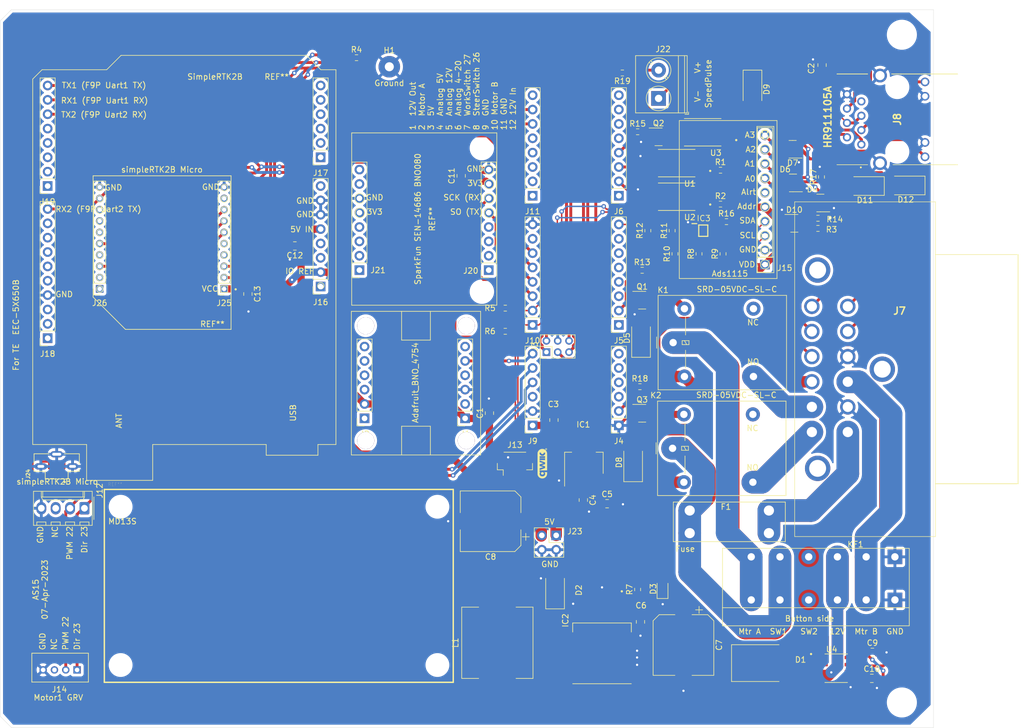
<source format=kicad_pcb>
(kicad_pcb (version 20211014) (generator pcbnew)
  (layers (0 "F.Cu" signal) (31 "B.Cu" signal) (34 "B.Paste" user) (35 "F.Paste" user) (36 "B.SilkS" user "B.Silkscreen") (37 "F.SilkS" user "F.Silkscreen") (38 "B.Mask" user) (39 "F.Mask" user) (44 "Edge.Cuts" user))
  (net 0 "")
  (net 1 "GND")
  (net 2 "+3.3V")
  (net 3 "Net-(C2-Pad1)")
  (net 4 "+5V")
  (net 5 "+12V")
  (net 6 "Net-(C10-Pad1)")
  (net 7 "Net-(D2-Pad1)")
  (net 8 "Net-(D3-Pad2)")
  (net 9 "AIN0")
  (net 10 "Net-(D5-Pad2)")
  (net 11 "SCL")
  (net 12 "SDA")
  (net 13 "Net-(IC3-Pad5)")
  (net 14 "Net-(IC3-Pad6)")
  (net 15 "Net-(IC3-Pad7)")
  (net 24 "Net-(D8-Pad2)")
  (net 25 "12V In")
  (net 26 "Net-(J3-Pad3)")
  (net 27 "Net-(J3-Pad1)")
  (net 28 "Net-(J3-Pad2)")
  (net 29 "Net-(J3-Pad5)")
  (net 41 "SteerSwitchPin")
  (net 42 "WorkSwitchPin")
  (net 43 "Net-(F1-Pad1)")
  (net 47 "SteerRelay")
  (net 48 "WorkSwitch")
  (net 49 "SteerSwitch")
  (net 50 "Net-(J3-Pad6)")
  (net 55 "Net-(J8-Pad12)")
  (net 62 "Dir1")
  (net 63 "PWM1")
  (net 68 "AIN1")
  (net 69 "AIN3")
  (net 94 "Net-(Q1-Pad1)")
  (net 95 "Net-(R1-Pad1)")
  (net 96 "Net-(R2-Pad1)")
  (net 98 "3V3_Teensy")
  (net 101 "AIN2")
  (net 113 "RX4")
  (net 114 "TX4")
  (net 115 "RX3")
  (net 116 "TX3")
  (net 117 "TX8")
  (net 118 "RX8")
  (net 119 "SpeedPulse")
  (net 120 "Net-(D9-Pad1)")
  (net 121 "Net-(J22-Pad2)")
  (net 122 "Net-(Q2-Pad1)")
  (net 123 "Net-(Q2-Pad3)")
  (net 124 "Net-(R16-Pad1)")
  (net 125 "12V Relay")
  (net 126 "12V Out")
  (net 128 "Net-(Q3-Pad1)")
  (net 129 "12V Switched")
  (net 130 "MotorA Out")
  (net 131 "MotorB")
  (net 132 "MotorA")
  (net 133 "Net-(KF1-Pad3)")
  (net 136 "Net-(J24-Pad1)")
  (net 137 "Net-(J24-Pad3)")
  (net 138 "Net-(J24-Pad2)")
  (net 142 "RTKfix")
  (net 148 "Net-(D9-Pad2)")
  (net 149 "Net-(R19-Pad2)")
  (net 150 "RX5")
  (net 151 "Net-(D4-Pad3)")
  (net 152 "Net-(U1-Pad2)")
  (net 153 "Net-(U2-Pad2)")
  (footprint "Connector_PinSocket_2.54mm:PinSocket_1x08_P2.54mm_Vertical" (layer "F.Cu") (at 28.4 51.2 180)
    (fp_text reference "J19")
    (fp_text value "Conn_01x08_Female")
  )
  (footprint "MyFootprints:Qwic_vertical" (layer "F.Cu") (at 111 100.3)
    (fp_text reference "J13")
    (fp_text value "I2C-3V3")
  )
  (footprint "Diode_SMD:D_SMA" (layer "F.Cu") (at 133.3 78.1 90)
    (fp_text reference "D5")
    (fp_text value "MDD M7")
  )
  (footprint "Connector_PinSocket_2.54mm:PinSocket_1x08_P2.54mm_Vertical" (layer "F.Cu") (at 114.135 52.915 180)
    (fp_text reference "J11")
    (fp_text value "Conn_01x08_Female")
  )
  (footprint "MyFootprints:TMPA1265SP-101MN-D" (layer "F.Cu") (at 107.9 132 90)
    (fp_text reference "L1")
    (fp_text value "SMDRI127-330MT")
  )
  (footprint "MyFootprints:KF142V-5.08-6P" (layer "F.Cu") (at 147.7 115.3)
    (fp_text reference "KF1")
    (fp_text value "KF142V-5.0-6P")
  )
  (footprint "Capacitor_SMD:CP_Elec_10x10.5" (layer "F.Cu") (at 140.8 132.4 -90)
    (fp_text reference "C7")
    (fp_text value "470uF")
  )
  (footprint "Connector_PinSocket_2.54mm:PinSocket_1x06_P2.54mm_Vertical" (layer "F.Cu") (at 114.135 93.555 180)
    (fp_text reference "J9")
    (fp_text value "Conn_01x06_Female")
  )
  (footprint "Connector_PinSocket_2.00mm:PinSocket_1x10_P2.00mm_Vertical" (layer "F.Cu") (at 59.6 69.4 180)
    (fp_text reference "J25")
    (fp_text value "Conn_01x10_Female")
  )
  (footprint "Capacitor_SMD:C_0805_2012Metric" (layer "F.Cu") (at 133.2 128.3 -90)
    (fp_text reference "C6")
    (fp_text value "1uF")
  )
  (footprint "Connector_PinSocket_2.54mm:PinSocket_1x08_P2.54mm_Vertical" (layer "F.Cu") (at 129.375 52.915 180)
    (fp_text reference "J6")
    (fp_text value "Conn_01x08_Female")
  )
  (footprint "MyFootprints:SOIC254P960X420-4N" (layer "F.Cu") (at 139.6 53.1 180)
    (fp_text reference "U2")
    (fp_text value "PC817")
  )
  (footprint "MyFootprints:HR911105A" (layer "F.Cu") (at 172.25 43.8495 -90)
    (fp_text reference "J8")
    (fp_text value "HR911105A")
  )
  (footprint "MyFootprints:QwiicLogo" (layer "F.Cu") (at 115.8 100.3 90)
    (fp_text reference "G***" hide)
    (fp_text value "LOGO" hide)
  )
  (footprint "MyFootprints:TO263-5L" (layer "F.Cu") (at 126.4 131.2 -90)
    (fp_text reference "IC2")
    (fp_text value "XL2596")
  )
  (footprint "Capacitor_SMD:C_0805_2012Metric" (layer "F.Cu") (at 117.9 92.6 90)
    (fp_text reference "C3")
    (fp_text value "0.1uF")
  )
  (footprint "MyFootprints:DT1312PA" (layer "F.Cu") (at 163.5 94.72)
    (fp_text reference "J7")
    (fp_text value "DT13-12PA" hide)
  )
  (footprint "Connector_PinSocket_2.54mm:PinSocket_1x08_P2.54mm_Vertical" (layer "F.Cu") (at 76.66 68.98 180)
    (fp_text reference "J16")
    (fp_text value "Conn_01x08_Female")
  )
  (footprint "Resistor_SMD:R_0603_1608Metric" (layer "F.Cu") (at 132.7 41.6)
    (fp_text reference "R15")
    (fp_text value "1K")
  )
  (footprint "MyFootprints:Songle_SRD-05VDC-SL-C" (layer "F.Cu") (at 138.8217 97.5238)
    (fp_text reference "K2")
    (fp_text value "SRD-05VDC-SL-C")
  )
  (footprint "Resistor_SMD:R_0603_1608Metric" (layer "F.Cu") (at 164.575 56.9)
    (fp_text reference "R14")
    (fp_text value "3K")
  )
  (footprint "Capacitor_SMD:C_0805_2012Metric" (layer "F.Cu") (at 123.1 106.75 -90)
    (fp_text reference "C4")
    (fp_text value "22uF")
  )
  (footprint "Resistor_SMD:R_0603_1608Metric" (layer "F.Cu") (at 139.3 63.2 90)
    (fp_text reference "R10")
    (fp_text value "200K")
  )
  (footprint "MyFootprints:SOIC254P960X420-4N" (layer "F.Cu") (at 139.6 47.15 180)
    (fp_text reference "U1")
    (fp_text value "PC817")
  )
  (footprint "Connector_PinSocket_2.54mm:PinSocket_1x10_P2.54mm_Vertical" (layer "F.Cu") (at 28.4 78.12 180)
    (fp_text reference "J18")
    (fp_text value "Conn_01x10_Female")
  )
  (footprint "Resistor_SMD:R_0603_1608Metric" (layer "F.Cu") (at 148.4 57.5)
    (fp_text reference "R16")
    (fp_text value "470")
  )
  (footprint "Capacitor_SMD:C_0805_2012Metric" (layer "F.Cu") (at 165.3 29.8 90)
    (fp_text reference "C2")
    (fp_text value "0.1uF")
  )
  (footprint "Connector_PinHeader_2.00mm:PinHeader_2x03_P2.00mm_Vertical" (layer "F.Cu") (at 116.5734 80.585 90)
    (fp_text reference "J3")
    (fp_text value "Teensy_Ethernet")
  )
  (footprint "Capacitor_SMD:C_0805_2012Metric" (layer "F.Cu") (at 174.1 138.3)
    (fp_text reference "C10")
    (fp_text value "0.1uF")
  )
  (footprint "MountingHole:MountingHole_4.3mm_M4" (layer "F.Cu") (at 179.41 142.56)
    (fp_text reference " ")
    (fp_text value "M4")
  )
  (footprint "Resistor_SMD:R_0603_1608Metric" (layer "F.Cu") (at 147.35 54.4)
    (fp_text reference "R2")
    (fp_text value "470")
  )
  (footprint "MyFootprints:PCA9306DCUR" (layer "F.Cu") (at 144.3 59.1)
    (fp_text reference "IC3")
    (fp_text value "PCA9306DCUR" hide)
  )
  (footprint "Resistor_SMD:R_0603_1608Metric" (layer "F.Cu") (at 164.575 58.7)
    (fp_text reference "R3")
    (fp_text value "5K")
  )
  (footprint "Connector_PinSocket_2.54mm:PinSocket_1x06_P2.54mm_Vertical" (layer "F.Cu") (at 129.375 93.555 180)
    (fp_text reference "J4")
    (fp_text value "Conn_01x06_Female")
  )
  (footprint "Resistor_SMD:R_0603_1608Metric" (layer "F.Cu") (at 143.55 63.2 90)
    (fp_text reference "R8")
    (fp_text value "341")
  )
  (footprint "MyFootprints:Songle_SRD-05VDC-SL-C" (layer "F.Cu") (at 138.9217 78.8238)
    (fp_text reference "K1")
    (fp_text value "SRD-05VDC-SL-C")
  )
  (footprint "Package_TO_SOT_SMD:SOT-23" (layer "F.Cu") (at 133.5 91.4)
    (fp_text reference "Q3")
    (fp_text value "BC847")
  )
  (footprint "Resistor_SMD:R_0603_1608Metric" (layer "F.Cu") (at 147.8 63.2 90)
    (fp_text reference "R9")
    (fp_text value "341")
  )
  (footprint "Package_TO_SOT_SMD:SOT-23" (layer "F.Cu") (at 165 54.2 180)
    (fp_text reference "D4")
    (fp_text value "BAV99")
  )
  (footprint "MyFootprints:MOLEX_105133-0011" (layer "F.Cu") (at 30 100.8 180)
    (fp_text reference "J24")
    (fp_text value "105133-0011")
  )
  (footprint "MyFootprints:SimpleRTK2B_no_pins" (layer "F.Cu") (at 76.69 28.8754 -90)
    (fp_text reference "REF**")
    (fp_text value "SimpleRTK2B")
  )
  (footprint "Package_TO_SOT_SMD:SOT-23" (layer "F.Cu") (at 160.1625 50.65 180)
    (fp_text reference "D6")
    (fp_text value "BAV99")
  )
  (footprint "MyFootprints:Adafruit_BNO" (layer "F.Cu") (at 104.945 73.375 -90)
    (fp_text reference "REF**" hide)
    (fp_text value "Adafruit_BNO_4754")
  )
  (footprint "Capacitor_SMD:CP_Elec_10x10.5" (layer "F.Cu") (at 106.7 110.5 180)
    (fp_text reference "C8")
    (fp_text value "330uF")
  )
  (footprint "Connector_PinSocket_2.54mm:PinSocket_1x08_P2.54mm_Vertical" (layer "F.Cu") (at 106.375 66.075 180)
    (fp_text reference "J20")
    (fp_text value "Conn_01x08_Female")
  )
  (footprint "Connector_PinSocket_2.54mm:PinSocket_1x06_P2.54mm_Vertical" (layer "F.Cu") (at 84.42 92.3 180)
    (fp_text reference "J2")
    (fp_text value "Conn_01x06_Female")
  )
  (footprint "Resistor_SMD:R_0603_1608Metric" (layer "F.Cu") (at 83 28.5)
    (fp_text reference "R4")
    (fp_text value "150")
  )
  (footprint "Connector_PinSocket_2.00mm:PinSocket_1x10_P2.00mm_Vertical" (layer "F.Cu") (at 37.6 69.4 180)
    (fp_text reference "J26")
    (fp_text value "Conn_01x10_Female")
  )
  (footprint "MountingHole:MountingHole_4.3mm_M4" (layer "F.Cu") (at 179.41 24.44)
    (fp_text reference " ")
    (fp_text value "M4")
  )
  (footprint "TerminalBlock_Phoenix:TerminalBlock_Phoenix_PT-1,5-2-5.0-H_1x02_P5.00mm_Horizontal" (layer "F.Cu") (at 136.4 35.7 90)
    (fp_text reference "J22")
    (fp_text value "SpeedPulse")
  )
  (footprint "Package_TO_SOT_SMD:SOT-223" (layer "F.Cu") (at 123.2 100.2 90)
    (fp_text reference "IC1")
    (fp_text value "AZ1117")
  )
  (footprint "Resistor_SMD:R_0603_1608Metric" (layer "F.Cu") (at 109.3 76.9 180)
    (fp_text reference "R6")
    (fp_text value "2.2K")
  )
  (footprint "Capacitor_SMD:C_0805_2012Metric" (layer "F.Cu") (at 106.5 91.375 90)
    (fp_text reference "C1")
    (fp_text value "0.1uF")
  )
  (footprint "MyFootprints:SMA(DO-214AC)" (layer "F.Cu") (at 118.1 122.6 90)
    (fp_text reference "D2")
    (fp_text value "SS36")
  )
  (footprint "MyFootprints:D_SMC_larger_pads" (layer "F.Cu") (at 154.1 135.6)
    (fp_text reference "D1")
    (fp_text value "S10MC")
  )
  (footprint "MountingHole:MountingHole_2.2mm_M2_DIN965_Pad" (layer "F.Cu") (at 88.8 30.1)
    (fp_text reference "H1")
    (fp_text value "Ground")
  )
  (footprint "MyFootprints:SOIC127P600X175-8N" (layer "F.Cu") (at 167.8 136.5)
    (fp_text reference "U4")
    (fp_text value "ACS712ELCTR30AT")
  )
  (footprint "Connector_Molex:Molex_KK-254_AE-6410-04A_1x04_P2.54mm_Vertical" (layer "F.Cu") (at 34.9 108.2 180)
    (fp_text reference "J12")
    (fp_text value "Motor1")
  )
  (footprint "Diode_SMD:D_SMA" (layer "F.Cu") (at 131.9 100.1 90)
    (fp_text reference "D8")
    (fp_text value "MDD M7")
  )
  (footprint "Resistor_SMD:R_0603_1608Metric" (layer "F.Cu") (at 132.7 122.58125 90)
    (fp_text reference "R7")
    (fp_text value "1000")
  )
  (footprint "Capacitor_SMD:C_0805_2012Metric" (layer "F.Cu") (at 174.2 133.7)
    (fp_text reference "C9")
    (fp_text value "0.1uF")
  )
  (footprint "Connector_PinSocket_2.54mm:PinSocket_1x06_P2.54mm_Vertical" (layer "F.Cu") (at 76.66 46.12 180)
    (fp_text reference "J17")
    (fp_text value "Conn_01x06_Female")
  )
  (footprint "LED_SMD:LED_0805_2012Metric" (layer "F.Cu") (at 137.1 122.48125 90)
    (fp_text reference "D3")
    (fp_text value "LED")
  )
  (footprint "Connector_PinSocket_2.54mm:PinSocket_1x08_P2.54mm_Vertical" (layer "F.Cu") (at 83.515 66.075 180)
    (fp_text reference "J21")
    (fp_text value "Conn_01x08_Female")
  )
  (footprint "Resistor_SMD:R_0603_1608Metric" (layer "F.Cu") (at 133.5 66.1)
    (fp_text reference "R13")
    (fp_text value "1K")
  )
  (footprint "Capacitor_SMD:C_0805_2012Metric" (layer "F.Cu") (at 72.1 61.8 180)
    (fp_text reference "C12")
    (fp_text value "0.1uF")
  )
  (footprint "Capacitor_SMD:C_0805_2012Metric" (layer "F.Cu") (at 127.3 107.4)
    (fp_text reference "C5")
    (fp_text value "10uF")
  )
  (footprint "Diode_SMD:D_SMA" (layer "F.Cu") (at 153 34.1 -90)
    (fp_text reference "D9")
    (fp_text value "MDD M7")
  )
  (footprint "Capacitor_SMD:C_0805_2012Metric" (layer "F.Cu") (at 63.8 70.3 -90)
    (fp_text reference "C13")
    (fp_text value "0.1uF")
  )
  (footprint "Connector_PinSocket_2.54mm:PinSocket_2x02_P2.54mm_Vertical" (layer "F.Cu") (at 118.3 113)
    (fp_text reference "J23")
    (fp_text value "Conn_02x02_Counter_Clockwise")
  )
  (footprint "MyFootprints:Grove" (layer "F.Cu") (at 30.6 136.8 180)
    (fp_text reference "J14")
    (fp_text value "Motor1 GRV")
  )
  (footprint "Diode_SMD:D_SMA" (layer "F.Cu") (at 180.1 51.1 180)
    (fp_text reference "D12")
    (fp_text value "MDD M7")
  )
  (footprint "MyFootprints:Sparkfun BNO080" (layer "F.Cu") (at 107.8 41.8 -90)
    (fp_text reference "REF**")
    (fp_text value "SparkFun SEN-14686 BNO080")
  )
  (footprint "Resistor_SMD:R_0603_1608Metric" (layer "F.Cu") (at 138.8 59.1 90)
    (fp_text reference "R11")
    (fp_text value "217")
  )
  (footprint "MyFootprints:ads1115_no_pins" (layer "F.Cu") (at 156.825 66.7 90)
    (fp_text reference "REF**")
    (fp_text value "Ads1115")
  )
  (footprint "MyFootprints:Micro no pins" (layer "F.Cu") (at 49.3325 75.377)
    (fp_text reference "REF**")
    (fp_text value "simpleRTK2B Micro")
  )
  (footprint "Resistor_SMD:R_0603_1608Metric" (layer "F.Cu") (at 133.1 86.7)
    (fp_text reference "R18")
    (fp_text value "1K")
  )
  (footprint "Connector_PinSocket_2.54mm:PinSocket_1x08_P2.54mm_Vertical" (layer "F.Cu") (at 129.375 75.775 180)
    (fp_text reference "J5")
    (fp_text value "Conn_01x08_Female")
  )
  (footprint "Resistor_SMD:R_0603_1608Metric" (layer "F.Cu") (at 130 31.2 180)
    (fp_text reference "R19")
    (fp_text value "470")
  )
  (footprint "Resistor_SMD:R_0603_1608Metric" (layer "F.Cu") (at 134.5 59.1 90)
    (fp_text reference "R12")
    (fp_text value "217")
  )
  (footprint "MyFootprints:Fuse_Holder_C2935469" (layer "F.Cu") (at 158.805 114.105 180)
    (fp_text reference "F1")
    (fp_text value "C2935469")
  )
  (footprint "MyFootprints:SOIC254P960X420-4N" (layer "F.Cu") (at 144.2 41.7 180)
    (fp_text reference "U3")
    (fp_text value "PC817")
  )
  (footprint "Package_TO_SOT_SMD:SOT-23" (layer "F.Cu") (at 136.4 42.5)
    (fp_text reference "Q2")
    (fp_text value "BC847")
  )
  (footprint "MyFootprints:MD13S_Outline2" (layer "F.Cu") (at 38.4215 138.9985)
    (fp_text reference "REF**")
    (fp_text value "MDD10A" hide)
  )
  (footprint "Diode_SMD:D_SMA" (layer "F.Cu") (at 172.9 51.2 180)
    (fp_text reference "D11")
    (fp_text value "MDD M7")
  )
  (footprint "Resistor_SMD:R_0603_1608Metric" (layer "F.Cu") (at 147.35 48.4)
    (fp_text reference "R1")
    (fp_text value "470")
  )
  (footprint "Package_TO_SOT_SMD:SOT-23" (layer "F.Cu") (at 160.4 57.8)
    (fp_text reference "D10")
    (fp_text value "BAV99")
  )
  (footprint "Capacitor_SMD:C_0805_2012Metric" (layer "F.Cu") (at 101.5 49.4 90)
    (fp_text reference "C11")
    (fp_text value "0.1uF")
  )
  (footprint "Connector_PinSocket_2.54mm:PinSocket_1x08_P2.54mm_Vertical" (layer "F.Cu") (at 114.135 75.775 180)
    (fp_text reference "J10")
    (fp_text value "Conn_01x08_Female")
  )
  (footprint "Connector_PinSocket_2.54mm:PinSocket_1x06_P2.54mm_Vertical" (layer "F.Cu") (at 102.2 92.3 180)
    (fp_text reference "J1")
    (fp_text value "Conn_01x06_Female")
  )
  (footprint "Resistor_SMD:R_0603_1608Metric" (layer "F.Cu") (at 109.3 72.8 180)
    (fp_text reference "R5")
    (fp_text value "2.2K")
  )
  (footprint "Resistor_SMD:R_0603_1608Metric" (layer "F.Cu") (at 165.2 49.6 90)
    (fp_text reference "R17")
    (fp_text value "250")
  )
  (footprint "Package_TO_SOT_SMD:SOT-23" (layer "F.Cu") (at 160.1 44.7 180)
    (fp_text reference "D7")
    (fp_text value "BAV99")
  )
  (footprint "Connector_PinSocket_2.54mm:PinSocket_1x10_P2.54mm_Vertical" (layer "F.Cu") (at 155.2 65.1 180)
    (fp_text reference "J15")
    (fp_text value "ADS1115 - 1001001")
  )
  (footprint "Package_TO_SOT_SMD:SOT-23" (layer "F.Cu") (at 133.5 71.4)
    (fp_text reference "Q1")
    (fp_text value "BC847")
  )
  (gr_line (start 22 20) (end 185 20) (layer "Edge.Cuts") (width 0.05))
  (gr_line (start 185 147) (end 22 147) (layer "Edge.Cuts") (width 0.05))
  (gr_line (start 20 145) (end 22 147) (layer "Edge.Cuts") (width 0.05))
  (gr_line (start 20 22) (end 22 20) (layer "Edge.Cuts") (width 0.05))
  (gr_line (start 185 20) (end 185 147) (layer "Edge.Cuts") (width 0.05))
  (gr_line (start 20 145) (end 20 22) (layer "Edge.Cuts") (width 0.05))
  (gr_text "For TE  EEC-5X650B" (at 22.8 75.8 90) (layer "F.SilkS") (effects (font (size 1 1))))
  (gr_text "GND" (at 27.5 131.757143 90) (layer "F.SilkS") (effects (font (size 1 1))))
  (gr_text "AS15\n07-Apr-2023\n" (at 27.1 122.6 90) (layer "F.SilkS") (effects (font (size 1 1))))
  (gr_text "Mtr A\n" (at 152.5 130) (layer "F.SilkS") (effects (font (size 1 1))))
  (gr_text "Fuse" (at 141.1 115.4) (layer "F.SilkS") (effects (font (size 1 1))))
  (gr_text "SW1" (at 157.6 130) (layer "F.SilkS") (effects (font (size 1 1))))
  (gr_text "GND" (at 117.2 118.1) (layer "F.SilkS") (effects (font (size 1 1))))
  (gr_text "PWM 22" (at 31.566666 130.304762 90) (layer "F.SilkS") (effects (font (size 1 1))))
  (gr_text "PWM 22\n" (at 32.3 114.352381 90) (layer "F.SilkS") (effects (font (size 1 1))))
  (gr_text "Dir 23\n" (at 33.6 130.9 90) (layer "F.SilkS") (effects (font (size 1 1))))
  (gr_text "simpleRTK2B Micro" (at 30.1 103.5) (layer "F.SilkS") (effects (font (size 1 1))))
  (gr_text "GND" (at 27.1 112.9 90) (layer "F.SilkS") (effects (font (size 1 1))))
  (gr_text "5V" (at 117.1 110.6) (layer "F.SilkS") (effects (font (size 1 1))))
  (gr_text "GND" (at 178.2 130) (layer "F.SilkS") (effects (font (size 1 1))))
  (gr_text "NC" (at 29.7 112.4 90) (layer "F.SilkS") (effects (font (size 1 1))))
  (gr_text "Dir 23" (at 34.9 113.757143 90) (layer "F.SilkS") (effects (font (size 1 1))))
  (gr_text "12V" (at 168 130) (layer "F.SilkS") (effects (font (size 1 1))))
  (gr_text "Mtr B" (at 173.1 130) (layer "F.SilkS") (effects (font (size 1 1))))
  (gr_text "NC" (at 29.533333 132.257143 90) (layer "F.SilkS") (effects (font (size 1 1))))
  (gr_text "V-" (at 143.3 35.3 90) (layer "F.SilkS") (effects (font (size 1 1))))
  (gr_text "SW2" (at 163 130) (layer "F.SilkS") (effects (font (size 1 1))))
  (gr_text "1  12V Out\n2  Motor A\n3  5V\n4  Analog 5V\n5  Analog 12V\n6  Analog 4-20\n7  WorkSwitch 27\n8  SteerSwitch 26\n9  GND\n10 Motor B\n11 GND\n12 12V In" (at 101.8 41.4 90) (layer "F.SilkS") (effects (font (size 1 1)) (justify left)))
  (gr_text "V+" (at 143.3 30.2 90) (layer "F.SilkS") (effects (font (size 1 1))))
  (segment (start 120.9 103.35) (end 118.85 103.35) (width 1.27) (layer "F.Cu") (net 1))
  (segment (start 133.2 129.25) (end 133.2 130.75) (width 1.27) (layer "F.Cu") (net 1))
  (segment (start 132.1655 72.747) (end 132.1655 73.895986) (width 0.508) (layer "F.Cu") (net 1))
  (segment (start 123.1 107.7) (end 124.1 108.7) (width 0.508) (layer "F.Cu") (net 1))
  (segment (start 106.5 88.9) (end 106.4 88.8) (width 0.508) (layer "F.Cu") (net 1))
  (segment (start 126.4 125.07) (end 126.4 122.203375) (width 1.27) (layer "F.Cu") (net 1))
  (segment (start 165.4 56.9) (end 166.6 56.9) (width 0.508) (layer "F.Cu") (net 1))
  (segment (start 130 107.4) (end 130.1 107.5) (width 1.27) (layer "F.Cu") (net 1))
  (segment (start 132.5625 72.35) (end 132.1655 72.747) (width 0.508) (layer "F.Cu") (net 1))
  (segment (start 27.45 99.95) (end 27.2 100.2) (width 0.381) (layer "F.Cu") (net 1))
  (segment (start 167.35 55.15) (end 167.4 55.1) (width 0.508) (layer "F.Cu") (net 1))
  (segment (start 71.15 61.8) (end 71.2 61.85) (width 1.27) (layer "F.Cu") (net 1))
  (segment (start 166.6 56.9) (end 166.675 56.825) (width 0.508) (layer "F.Cu") (net 1))
  (segment (start 128.25 107.4) (end 130 107.4) (width 1.27) (layer "F.Cu") (net 1))
  (segment (start 165.3 28.85) (end 163.75 28.85) (width 0.508) (layer "F.Cu") (net 1))
  (segment (start 118.1 120.6) (end 115.6 120.6) (width 1.27) (layer "F.Cu") (net 1))
  (segment (start 127.60675 135.90675) (end 126.4 134.7) (width 1.27) (layer "F.Cu") (net 1))
  (segment (start 101.5 48.45) (end 106.22 48.45) (width 1.27) (layer "F.Cu") (net 1))
  (segment (start 159.4625 56.6625) (end 158.2 55.4) (width 0.508) (layer "F.Cu") (net 1))
  (segment (start 106.22 48.45) (end 106.375 48.295) (width 1.27) (layer "F.Cu") (net 1))
  (segment (start 170.275 139.775) (end 170.35 139.85) (width 0.508) (layer "F.Cu") (net 1))
  (segment (start 142.35 58.35) (end 141.6 57.6) (width 0.254) (layer "F.Cu") (net 1))
  (segment (start 28.7 99.95) (end 27.45 99.95) (width 0.381) (layer "F.Cu") (net 1))
  (segment (start 140.8 136.6) (end 140.8 140.5) (width 2.032) (layer "F.Cu") (net 1))
  (segment (start 135.4625 43.45) (end 133.35 43.45) (width 0.508) (layer "F.Cu") (net 1))
  (segment (start 109.5 101.625) (end 109.5 99.5) (width 0.508) (layer "F.Cu") (net 1))
  (segment (start 135.32 45.88) (end 133.22 45.88) (width 0.508) (layer "F.Cu") (net 1))
  (segment (start 102.5 110.5) (end 99.2 110.5) (width 1.27) (layer "F.Cu") (net 1))
  (segment (start 135.32 51.83) (end 132.78 51.83) (width 0.508) (layer "F.Cu") (net 1))
  (segment (start 117.265 91.015) (end 117.9 91.65) (width 0.508) (layer "F.Cu") (net 1))
  (segment (start 137.1 123.41875) (end 137.1 125.18125) (width 1.27) (layer "F.Cu") (net 1))
  (segment (start 142.725 58.35) (end 142.35 58.35) (width 0.254) (layer "F.Cu") (net 1))
  (segment (start 175.05 138.3) (end 175 138.35) (width 0.508) (layer "F.Cu") (net 1))
  (segment (start 161.2 45.8125) (end 161.2 47) (width 0.508) (layer "F.Cu") (net 1))
  (segment (start 161.1 51.6) (end 162.6 51.6) (width 0.508) (layer "F.Cu") (net 1))
  (segment (start 123 125.07) (end 122.97 125.1) (width 1.27) (layer "F.Cu") (net 1))
  (segment (start 130.58 92.35) (end 129.375 93.555) (width 0.508) (layer "F.Cu") (net 1))
  (segment (start 63.8 73.3) (end 63.9 73.4) (width 1.27) (layer "F.Cu") (net 1))
  (segment (start 118.85 103.35) (end 118.8 103.3) (width 1.27) (layer "F.Cu") (net 1))
  (segment (start 124.1 108.7) (end 124.1 108.8) (width 0.508) (layer "F.Cu") (net 1))
  (segment (start 127.69325 133.40675) (end 126.4 134.7) (width 1.27) (layer "F.Cu") (net 1))
  (segment (start 161.0375 45.65) (end 161.2 45.8125) (width 0.508) (layer "F.Cu") (net 1))
  (segment (start 165.2 48.775) (end 165.2 48.107032) (width 0.508) (layer "F.Cu") (net 1))
  (segment (start 132.6 133.40675) (end 127.69325 133.40675) (width 1.27) (layer "F.Cu") (net 1))
  (segment (start 163.75 28.85) (end 163.7 28.8) (width 0.508) (layer "F.Cu") (net 1))
  (segment (start 170.275 138.405) (end 170.275 139.775) (width 0.508) (layer "F.Cu") (net 1))
  (segment (start 165.9375 55.15) (end 167.35 55.15) (width 0.508) (layer "F.Cu") (net 1))
  (segment (start 109.5 99.5) (end 109.8 99.2) (width 0.508) (layer "F.Cu") (net 1))
  (segment (start 133.35 43.45) (end 133.3 43.4) (width 0.508) (layer "F.Cu") (net 1))
  (segment (start 63.8 71.25) (end 63.8 73.3) (width 1.27) (layer "F.Cu") (net 1))
  (segment (start 132.78 51.83) (end 132.75 51.8) (width 0.508) (layer "F.Cu") (net 1))
  (segment (start 114.135 91.015) (end 117.265 91.015) (width 0.508) (layer "F.Cu") (net 1))
  (segment (start 175 138.35) (end 175 140) (width 0.508) (layer "F.Cu") (net 1))
  (segment (start 122.97 125.1) (end 121.3 125.1) (width 1.27) (layer "F.Cu") (net 1))
  (segment (start 159.4625 56.85) (end 159.4625 56.6625) (width 0.508) (layer "F.Cu") (net 1))
  (segment (start 132.5625 92.35) (end 130.58 92.35) (width 0.508) (layer "F.Cu") (net 1))
  (segment (start 176.7 133.7) (end 175.15 133.7) (width 0.508) (layer "F.Cu") (net 1))
  (segment (start 165.2 48.107032) (end 164.894194 47.801226) (width 0.508) (layer "F.Cu") (net 1))
  (segment (start 126.49325 134.60675) (end 126.4 134.7) (width 1.27) (layer "F.Cu") (net 1))
  (segment (start 126.4 122.203375) (end 126.403375 122.2) (width 1.27) (layer "F.Cu") (net 1))
  (segment (start 106.5 90.425) (end 106.5 88.9) (width 0.508) (layer "F.Cu") (net 1))
  (segment (start 132.6 135.90675) (end 127.60675 135.90675) (width 1.27) (layer "F.Cu") (net 1))
  (segment (start 132.6 134.60675) (end 126.49325 134.60675) (width 1.27) (layer "F.Cu") (net 1))
  (segment (start 133.22 45.88) (end 133.2 45.9) (width 0.508) (layer "F.Cu") (net 1))
  (segment (start 71.2 61.85) (end 71.2 64.2) (width 1.27) (layer "F.Cu") (net 1))
  (via (at 167.4 55.1) (size 0.8) (drill 0.4) (layers "F.Cu" "B.Cu") (net 1))
  (via (at 161.2 47) (size 0.8) (drill 0.4) (layers "F.Cu" "B.Cu") (net 1))
  (via (at 164.894194 47.801226) (size 0.8) (drill 0.4) (layers "F.Cu" "B.Cu") (net 1))
  (via (at 133.2 130.75) (size 0.8) (drill 0.4) (layers "F.Cu" "B.Cu") (net 1))
  (via (at 141.6 57.6) (size 0.8) (drill 0.4) (layers "F.Cu" "B.Cu") (net 1))
  (via (at 175 140) (size 0.8) (drill 0.4) (layers "F.Cu" "B.Cu") (net 1))
  (via (at 158.2 55.4) (size 0.8) (drill 0.4) (layers "F.Cu" "B.Cu") (net 1))
  (via (at 137.13125 125.175) (size 0.8) (drill 0.4) (layers "F.Cu" "B.Cu") (net 1))
  (via (at 132.6 133.40675) (size 0.8) (drill 0.4) (layers "F.Cu" "B.Cu") (net 1))
  (via (at 115.6 120.6) (size 0.8) (drill 0.4) (layers "F.Cu" "B.Cu") (net 1))
  (via (at 132.6 134.60675) (size 0.8) (drill 0.4) (layers "F.Cu" "B.Cu") (net 1))
  (via (at 133.3 43.4) (size 0.8) (drill 0.4) (layers "F.Cu" "B.Cu") (net 1))
  (via (at 124.1 108.8) (size 0.8) (drill 0.4) (layers "F.Cu" "B.Cu") (net 1))
  (via (at 132.1655 73.895986) (size 0.8) (drill 0.4) (layers "F.Cu" "B.Cu") (net 1))
  (via (at 126.403375 122.2) (size 0.8) (drill 0.4) (layers "F.Cu" "B.Cu") (net 1))
  (via (at 133.2 45.9) (size 0.8) (drill 0.4) (layers "F.Cu" "B.Cu") (net 1))
  (via (at 118.8 103.3) (size 0.8) (drill 0.4) (layers "F.Cu" "B.Cu") (net 1))
  (via (at 166.675 56.825) (size 0.8) (drill 0.4) (layers "F.Cu" "B.Cu") (net 1))
  (via (at 106.4 88.8) (size 0.8) (drill 0.4) (layers "F.Cu" "B.Cu") (net 1))
  (via (at 170.35 139.85) (size 0.8) (drill 0.4) (layers "F.Cu" "B.Cu") (net 1))
  (via (at 130.1 107.5) (size 0.8) (drill 0.4) (layers "F.Cu" "B.Cu") (net 1))
  (via (at 109.8 99.2) (size 0.8) (drill 0.4) (layers "F.Cu" "B.Cu") (net 1))
  (via (at 140.8 140.5) (size 0.8) (drill 0.4) (layers "F.Cu" "B.Cu") (net 1))
  (via (at 121.3 125.1) (size 0.8) (drill 0.4) (layers "F.Cu" "B.Cu") (net 1))
  (via (at 99.2 110.5) (size 0.8) (drill 0.4) (layers "F.Cu" "B.Cu") (net 1))
  (via (at 132.75 51.8) (size 0.8) (drill 0.4) (layers "F.Cu" "B.Cu") (net 1))
  (via (at 132.6 135.90675) (size 0.8) (drill 0.4) (layers "F.Cu" "B.Cu") (net 1))
  (via (at 162.6 51.6) (size 0.8) (drill 0.4) (layers "F.Cu" "B.Cu") (net 1))
  (via (at 71.2 64.2) (size 0.8) (drill 0.4) (layers "F.Cu" "B.Cu") (net 1))
  (via (at 163.7 28.8) (size 0.8) (drill 0.4) (layers "F.Cu" "B.Cu") (net 1))
  (via (at 63.9 73.4) (size 0.8) (drill 0.4) (layers "F.Cu" "B.Cu") (net 1))
  (via (at 176.7 133.7) (size 0.8) (drill 0.4) (layers "F.Cu" "B.Cu") (net 1))
  (segment (start 100.02 77.28) (end 100.02 72.52) (width 1.27) (layer "F.Cu") (net 2))
  (segment (start 84.42 89.76) (end 78.885 84.225) (width 1.27) (layer "F.Cu") (net 2))
  (segment (start 110.5 103) (end 109.6035 103.8965) (width 0.508) (layer "F.Cu") (net 2))
  (segment (start 123.2 103.35) (end 123.2 105.7) (width 1.27) (layer "F.Cu") (net 2))
  (segment (start 107.456 77.919) (end 100.659 77.919) (width 0.508) (layer "F.Cu") (net 2))
  (segment (start 123.2 105.7) (end 123.1 105.8) (width 1.27) (layer "F.Cu") (net 2))
  (segment (start 108.475 76.9) (end 107.456 77.919) (width 0.508) (layer "F.Cu") (net 2))
  (segment (start 123.1 105.8) (end 111.507 105.8) (width 1.27) (layer "F.Cu") (net 2))
  (segment (start 63.75 69.4) (end 63.8 69.35) (width 1.27) (layer "F.Cu") (net 2))
  (segment (start 106.5 100.793) (end 106.5 92.325) (width 1.27) (layer "F.Cu") (net 2))
  (segment (start 106.5 92.325) (end 102.225 92.325) (width 1.27) (layer "F.Cu") (net 2))
  (segment (start 77.862081 66.44) (end 76.66 66.44) (width 1.27) (layer "F.Cu") (net 2))
  (segment (start 108.475 76.9) (end 108.475 72.8) (width 0.508) (layer "F.Cu") (net 2))
  (segment (start 100.02 90.12) (end 100.02 77.28) (width 1.27) (layer "F.Cu") (net 2))
  (segment (start 100.02 51.83) (end 101.5 50.35) (width 1.27) (layer "F.Cu") (net 2))
  (segment (start 105.89 50.35) (end 106.375 50.835) (width 1.27) (layer "F.Cu") (net 2))
  (segment (start 78.885 67.462919) (end 77.862081 66.44) (width 1.27) (layer "F.Cu") (net 2))
  (segment (start 59.6 69.4) (end 63.75 69.4) (width 1.27) (layer "F.Cu") (net 2))
  (segment (start 109.6035 103.8965) (end 106.5 100.793) (width 1.27) (layer "F.Cu") (net 2))
  (segment (start 78.885 84.225) (end 78.885 77.385) (width 1.27) (layer "F.Cu") (net 2))
  (segment (start 78.885 77.385) (end 78.885 67.462919) (width 1.27) (layer "F.Cu") (net 2))
  (segment (start 102.225 92.325) (end 102.2 92.3) (width 1.27) (layer "F.Cu") (net 2))
  (segment (start 102.2 92.3) (end 100.02 90.12) (width 1.27) (layer "F.Cu") (net 2))
  (segment (start 99.66 89.76) (end 100.02 90.12) (width 1.27) (layer "F.Cu") (net 2))
  (segment (start 84.42 89.76) (end 99.66 89.76) (width 1.27) (layer "F.Cu") (net 2))
  (segment (start 100.02 72.52) (end 100.02 51.83) (width 1.27) (layer "F.Cu") (net 2))
  (segment (start 63.8 69.35) (end 70.05 69.35) (width 1.27) (layer "F.Cu") (net 2))
  (segment (start 70.05 69.35) (end 71.6 67.8) (width 1.27) (layer "F.Cu") (net 2))
  (segment (start 111.507 105.8) (end 109.6035 103.8965) (width 1.27) (layer "F.Cu") (net 2))
  (segment (start 100.659 77.919) (end 100.02 77.28) (width 0.508) (layer "F.Cu") (net 2))
  (segment (start 110.5 101.625) (end 110.5 103) (width 0.508) (layer "F.Cu") (net 2))
  (segment (start 101.5 50.35) (end 105.89 50.35) (width 1.27) (layer "F.Cu") (net 2))
  (via (at 71.6 67.8) (size 0.8) (drill 0.4) (layers "F.Cu" "B.Cu") (net 2))
  (segment (start 71.6 67.8) (end 72.96 66.44) (width 1.27) (layer "B.Cu") (net 2))
  (segment (start 72.96 66.44) (end 76.66 66.44) (width 1.27) (layer "B.Cu") (net 2))
  (segment (start 167.857501 38.187001) (end 169.71 40.0395) (width 0.25) (layer "F.Cu") (net 3))
  (segment (start 169.71 40.0395) (end 170.98 40.0395) (width 0.508) (layer "F.Cu") (net 3))
  (segment (start 170.98 40.0395) (end 172.25 38.7695) (width 0.508) (layer "F.Cu") (net 3))
  (segment (start 167.857501 33.307501) (end 167.857501 38.187001) (width 0.25) (layer "F.Cu") (net 3))
  (segment (start 165.3 30.75) (end 167.857501 33.307501) (width 0.25) (layer "F.Cu") (net 3))
  (segment (start 76.66 58.82) (end 75.42 58.82) (width 1.27) (layer "F.Cu") (net 4))
  (segment (start 118.3 110.5) (end 121 110.5) (width 2.032) (layer "F.Cu") (net 4))
  (segment (start 150.166 75.366) (end 150.2 75.4) (width 2.032) (layer "F.Cu") (net 4))
  (segment (start 154.1 134.5) (end 152 132.4) (width 0.508) (layer "F.Cu") (net 4))
  (segment (start 137.2405 94.3) (end 135 96.5405) (width 2.032) (layer "F.Cu") (net 4))
  (segment (start 152.815004 43.886112) (end 152.815004 40.885554) (width 0.508) (layer "F.Cu") (net 4))
  (segment (start 130.5 110.5) (end 132.5 110.5) (width 2.032) (layer "F.Cu") (net 4))
  (segment (start 115.6 110.5) (end 115.66 110.56) (width 2.032) (layer "F.Cu") (net 4))
  (segment (start 159.53 85.83) (end 163.5 85.83) (width 2.032) (layer "F.Cu") (net 4))
  (segment (start 148.175 54.4) (end 148.175 48.4) (width 1.27) (layer "F.Cu") (net 4))
  (segment (start 153.600558 40.1) (end 157.3875 40.1) (width 0.508) (layer "F.Cu") (net 4))
  (segment (start 155.2 65.1) (end 157.3 63) (width 1.27) (layer "F.Cu") (net 4))
  (segment (start 150.2 70.1) (end 155.2 65.1) (width 1.27) (layer "F.Cu") (net 4))
  (segment (start 117.9 93.55) (end 114.14 93.55) (width 1.27) (layer "F.Cu") (net 4))
  (segment (start 131.9 102.1) (end 135 102.1) (width 1.27) (layer "F.Cu") (net 4))
  (segment (start 118.3 110.5) (end 118.3 113) (width 2.032) (layer "F.Cu") (net 4))
  (segment (start 110.9 120.8) (end 110.9 110.5) (width 2.032) (layer "F.Cu") (net 4))
  (segment (start 155.2 54.94) (end 149.24 54.94) (width 1.27) (layer "F.Cu") (net 4))
  (segment (start 148.875 65.1) (end 147.8 64.025) (width 0.508) (layer "F.Cu") (net 4))
  (segment (start 157.3 57.04) (end 155.2 54.94) (width 1.27) (layer "F.Cu") (net 4))
  (segment (start 143.55 64.025) (end 139.3 64.025) (width 0.508) (layer "F.Cu") (net 4))
  (segment (start 176.1 136.9535) (end 176.1 140.4) (width 0.508) (layer "F.Cu") (net 4))
  (segment (start 174.9 141.6) (end 157.4 141.6) (width 0.508) (layer "F.Cu") (net 4))
  (segment (start 99.32 98.62) (end 110.9 110.2) (width 1.27) (layer "F.Cu") (net 4))
  (segment (start 135.7 77.4) (end 137.734 75.366) (width 2.032) (layer "F.Cu") (net 4))
  (segment (start 125.5 103.35) (end 125.5 102.23) (width 1.27) (layer "F.Cu") (net 4))
  (segment (start 135 103.7) (end 135.1 103.6) (width 2.032) (layer "F.Cu") (net 4))
  (segment (start 126.1 110.5) (end 130.5 110.5) (width 2.032) (layer "F.Cu") (net 4))
  (segment (start 149.9 132.4) (end 138.5 121) (width 0.508) (layer "F.Cu") (net 4))
  (segment (start 126.1 110.5) (end 126.1 107.65) (width 2.032) (layer "F.Cu") (net 4))
  (segment (start 165.9375 53.25) (end 165.9375 53.2375) (width 0.508) (layer "F.Cu") (net 4))
  (segment (start 161.936001 43.75) (end 162.843813 44.657812) (width 0.508) (layer "F.Cu") (net 4))
  (segment (start 124.7 125.07) (end 124.7 111.6) (width 1.27) (layer "F.Cu") (net 4))
  (segment (start 135.7 81.395266) (end 135.7 79.9) (width 2.032) (layer "F.Cu") (net 4))
  (segment (start 135 109.4725) (end 133.9725 110.5) (width 2.032) (layer "F.Cu") (net 4))
  (segment (start 157.4 141.6) (end 154.1 138.3) (width 0.508) (layer "F.Cu") (net 4))
  (segment (start 159.4625 58.75) (end 157.35 58.75) (width 0.508) (layer "F.Cu") (net 4))
  (segment (start 138.5 121) (end 138.5 112.9725) (width 0.508) (layer "F.Cu") (net 4))
  (segment (start 144.1 92.5) (end 144.1 88.0275) (width 2.032) (layer "F.Cu") (net 4))
  (segment (start 73.2 61.04) (end 73.2 88.1829) (width 1.27) (layer "F.Cu") (net 4))
  (segment (start 110.9 110.5) (end 115.6 110.5) (width 2.032) (layer "F.Cu") (net 4))
  (segment (start 135 96.5405) (end 135 102.1) (width 2.032) (layer "F.Cu") (net 4))
  (segment (start 135.5 80.1) (end 135.7 79.9) (width 1.27) (layer "F.Cu") (net 4))
  (segment (start 170.275 134.595) (end 172.355 134.595) (width 0.508) (layer "F.Cu") (net 4))
  (segment (start 117.9 97.2) (end 117.9 93.55) (width 1.27) (layer "F.Cu") (net 4))
  (segment (start 148.301116 48.4) (end 152.815004 43.886112) (width 0.508) (layer "F.Cu") (net 4))
  (segment (start 144.1 88.0275) (end 140.9725 84.9) (width 2.032) (layer "F.Cu") (net 4))
  (segment (start 137.2405 94.3) (end 142.3 94.3) (width 2.032) (layer "F.Cu") (net 4))
  (segment (start 150.2 75.4) (end 150.2 76.5) (width 2.032) (layer "F.Cu") (net 4))
  (segment (start 161.0375 43.75) (end 161.936001 43.75) (width 0.508) (layer "F.Cu") (net 4))
  (segment (start 126.35 104.2) (end 125.5 103.35) (width 2.032) (layer "F.Cu") (net 4))
  (segment (start 152.815004 40.885554) (end 153.600558 40.1) (width 0.508) (layer "F.Cu") (net 4))
  (segment (start 142.3 94.3) (end 144.1 92.5) (width 2.032) (layer "F.Cu") (net 4))
  (segment (start 149.225 54.955) (end 149.24 54.94) (width 0.508) (layer "F.Cu") (net 4))
  (segment (start 139.204734 84.9) (end 135.7 81.395266) (width 2.032) (layer "F.Cu") (net 4))
  (segment (start 135 103.7) (end 135 109.4725) (width 2.032) (layer "F.Cu") (net 4))
  (segment (start 115.6 110.5) (end 118.3 110.5) (width 2.032) (layer "F.Cu") (net 4))
  (segment (start 149.24 54.94) (end 148.715 54.94) (width 1.27) (layer "F.Cu") (net 4))
  (segment (start 140.9725 84.9) (end 139.204734 84.9) (width 2.032) (layer "F.Cu") (net 4))
  (segment (start 154.1 138.3) (end 154.1 134.5) (width 0.508) (layer "F.Cu") (net 4))
  (segment (start 114.14 93.55) (end 114.135 93.555) (width 1.27) (layer "F.Cu") (net 4))
  (segment (start 157.3 58.7) (end 157.3 57.04) (width 1.27) (layer "F.Cu") (net 4))
  (segment (start 172.355 134.595) (end 173.25 133.7) (width 0.508) (layer "F.Cu") (net 4))
  (segment (start 137.734 75.366) (end 150.166 75.366) (width 2.032) (layer "F.Cu") (net 4))
  (segment (start 147.8 64.025) (end 143.55 64.025) (width 0.508) (layer "F.Cu") (net 4))
  (segment (start 124.7 111.6) (end 125.8 110.5) (width 1.27) (layer "F.Cu") (net 4))
  (segment (start 107.9 127.05) (end 107.9 123.8) (width 2.032) (layer "F.Cu") (net 4))
  (segment (start 135.1 103.6) (end 140.8725 103.6) (width 2.032) (layer "F.Cu") (net 4))
  (segment (start 173.25 133.7) (end 173.25 134.0615) (width 0.508) (layer "F.Cu") (net 4))
  (segment (start 135 102.1) (end 135 103.7) (width 2.032) (layer "F.Cu") (net 4))
  (segment (start 133.3 80.1) (end 135.5 80.1) (width 1.27) (layer "F.Cu") (net 4))
  (segment (start 149.225 57.5) (end 149.225 54.955) (width 0.508) (layer "F.Cu") (net 4))
  (segment (start 135.7 79.9) (end 135.7 77.4) (width 2.032) (layer "F.Cu") (net 4))
  (segment (start 157.3875 40.1) (end 161.0375 43.75) (width 0.508) (layer "F.Cu") (net 4))
  (segment (start 173.25 134.0615) (end 174.2 135.0115) (width 0.508) (layer "F.Cu") (net 4))
  (segment (start 138.5 112.9725) (end 135 109.4725) (width 0.508) (layer "F.Cu") (net 4))
  (segment (start 157.35 58.75) (end 157.3 58.7) (width 0.508) (layer "F.Cu") (net 4))
  (segment (start 162.653727 49.7) (end 162.753227 49.6005) (width 0.508) (layer "F.Cu") (net 4))
  (segment (start 126.35 107.4) (end 126.35 104.2) (width 2.032) (layer "F.Cu") (net 4))
  (segment (start 161.1 49.7) (end 162.653727 49.7) (width 0.508) (layer "F.Cu") (net 4))
  (segment (start 115.66 110.56) (end 115.66 113.1) (width 2.032) (layer "F.Cu") (net 4))
  (segment (start 150.2 75.4) (end 150.2 70.1) (width 1.27) (layer "F.Cu") (net 4))
  (segment (start 132.5 110.5) (end 133.9725 110.5) (width 2.032) (layer "F.Cu") (net 4))
  (segment (start 176.1 140.4) (end 174.9 141.6) (width 0.508) (layer "F.Cu") (net 4))
  (segment (start 148.715 54.94) (end 148.175 54.4) (width 1.27) (layer "F.Cu") (net 4))
  (segment (start 126.1 107.65) (end 126.35 107.4) (width 2.032) (layer "F.Cu") (net 4))
  (segment (start 155.2 65.1) (end 148.875 65.1) (width 0.508) (layer "F.Cu") (net 4))
  (segment (start 148.175 48.4) (end 148.301116 48.4) (width 0.508) (layer "F.Cu") (net 4))
  (segment (start 110.9 110.2) (end 110.9 110.5) (width 1.27) (layer "F.Cu") (net 4))
  (segment (start 107.9 123.8) (end 110.9 120.8) (width 2.032) (layer "F.Cu") (net 4))
  (segment (start 150.2 76.5) (end 159.53 85.83) (width 2.032) (layer "F.Cu") (net 4))
  (segment (start 83.6371 98.62) (end 99.32 98.62) (width 1.27) (layer "F.Cu") (net 4))
  (segment (start 121 110.5) (end 125.8 110.5) (width 2.032) (layer "F.Cu") (net 4))
  (segment (start 120.9 100.2) (end 117.9 97.2) (width 1.27) (layer "F.Cu") (net 4))
  (segment (start 125.5 102.23) (end 123.47 100.2) (width 1.27) (layer "F.Cu") (net 4))
  (segment (start 165.9375 53.2375) (end 164.1 51.4) (width 0.508) (layer "F.Cu") (net 4))
  (segment (start 75.42 58.82) (end 73.2 61.04) (width 1.27) (layer "F.Cu") (net 4))
  (segment (start 123.47 100.2) (end 120.9 100.2) (width 1.27) (layer "F.Cu") (net 4))
  (segment (start 73.2 88.1829) (end 83.6371 98.62) (width 1.27) (layer "F.Cu") (net 4))
  (segment (start 157.3 63) (end 157.3 58.7) (width 1.27) (layer "F.Cu") (net 4))
  (segment (start 125.8 110.5) (end 126.1 110.5) (width 2.032) (layer "F.Cu") (net 4))
  (segment (start 152 132.4) (end 149.9 132.4) (width 0.508) (layer "F.Cu") (net 4))
  (via (at 164.1 51.4) (size 0.8) (drill 0.4) (layers "F.Cu" "B.Cu") (net 4))
  (via (at 174.2 135.0115) (size 0.8) (drill 0.4) (layers "F.Cu" "B.Cu") (net 4))
  (via (at 162.753227 49.6005) (size 0.8) (drill 0.4) (layers "F.Cu" "B.Cu") (net 4))
  (via (at 162.843813 44.657812) (size 0.8) (drill 0.4) (layers "F.Cu" "B.Cu") (net 4))
  (via (at 176.1 136.9535) (size 0.8) (drill 0.4) (layers "F.Cu" "B.Cu") (net 4))
  (segment (start 162.753227 50.053227) (end 164.1 51.4) (width 0.508) (layer "B.Cu") (net 4))
  (segment (start 162.753227 49.6005) (end 162.753227 50.053227) (width 0.508) (layer "B.Cu") (net 4))
  (segment (start 162.753227 48.746773) (end 162.753227 44.748398) (width 0.508) (layer "B.Cu") (net 4))
  (segment (start 162.753227 44.748398) (end 162.843813 44.657812) (width 0.508) (layer "B.Cu") (net 4))
  (segment (start 176.1 136.9535) (end 176.1 136.9115) (width 0.508) (layer "B.Cu") (net 4))
  (segment (start 176.1 136.9115) (end 174.2 135.0115) (width 0.508) (layer "B.Cu") (net 4))
  (segment (start 162.753227 49.6005) (end 162.753227 48.746773) (width 0.508) (layer "B.Cu") (net 4))
  (segment (start 131.03625 125.07) (end 132.7 123.40625) (width 0.508) (layer "F.Cu") (net 5))
  (segment (start 133.2 127.35) (end 132.08 127.35) (width 2.032) (layer "F.Cu") (net 5))
  (segment (start 150 135.6) (end 148.2 135.6) (width 3.5) (layer "F.Cu") (net 5))
  (segment (start 129.8 125.07) (end 131.03625 125.07) (width 0.508) (layer "F.Cu") (net 5))
  (segment (start 140.8 128.2) (end 139.95 127.35) (width 2.032) (layer "F.Cu") (net 5))
  (segment (start 148.2 135.6) (end 140.8 128.2) (width 3.5) (layer "F.Cu") (net 5))
  (segment (start 132.08 127.35) (end 129.9505 125.2205) (width 2.032) (layer "F.Cu") (net 5))
  (segment (start 139.95 127.35) (end 133.2 127.35) (width 2.032) (layer "F.Cu") (net 5))
  (segment (start 173.15 138.3) (end 171.985 137.135) (width 0.508) (layer "F.Cu") (net 6))
  (segment (start 171.985 137.135) (end 170.275 137.135) (width 0.508) (layer "F.Cu") (net 6))
  (segment (start 115.55 136.95) (end 107.9 136.95) (width 2.032) (layer "F.Cu") (net 7))
  (segment (start 121.01 127.51) (end 118.1 124.6) (width 1.27) (layer "F.Cu") (net 7))
  (segment (start 128.1 125.07) (end 128.1 127.17) (width 1.27) (layer "F.Cu") (net 7))
  (segment (start 118.1 124.6) (end 118.1 134.4) (width 2.032) (layer "F.Cu") (net 7))
  (segment (start 127.76 127.51) (end 121.01 127.51) (width 1.27) (layer "F.Cu") (net 7))
  (segment (start 128.1 127.17) (end 127.76 127.51) (width 1.27) (layer "F.Cu") (net 7))
  (segment (start 118.1 134.4) (end 115.55 136.95) (width 2.032) (layer "F.Cu") (net 7))
  (segment (start 132.7 121.75625) (end 136.8875 121.75625) (width 0.508) (layer "F.Cu") (net 8))
  (segment (start 136.8875 121.75625) (end 137.1 121.54375) (width 0.508) (layer "F.Cu") (net 8))
  (segment (start 161.3375 57.8) (end 161.3375 55.9975) (width 0.508) (layer "F.Cu") (net 9))
  (segment (start 161.3375 60.111942) (end 160.3 61.149442) (width 0.508) (layer "F.Cu") (net 9))
  (segment (start 160.3 78.18) (end 163.5 81.38) (width 0.508) (layer "F.Cu") (net 9))
  (segment (start 161.3375 55.9975) (end 155.2 49.86) (width 0.508) (layer "F.Cu") (net 9))
  (segment (start 161.3375 57.8) (end 161.3375 60.111942) (width 0.508) (layer "F.Cu") (net 9))
  (segment (start 160.3 61.149442) (end 160.3 78.18) (width 0.508) (layer "F.Cu") (net 9))
  (segment (start 134.4375 74.9625) (end 134.4375 71.4) (width 1.27) (layer "F.Cu") (net 10))
  (segment (start 134.4375 71.4) (end 139.4725 71.4) (width 1.27) (layer "F.Cu") (net 10))
  (segment (start 139.4725 71.4) (end 140.9725 72.9) (width 1.27) (layer "F.Cu") (net 10))
  (segment (start 133.3 76.1) (end 134.4375 74.9625) (width 1.27) (layer "F.Cu") (net 10))
  (segment (start 114.135 75.775) (end 115.239 75.775) (width 0.254) (layer "F.Cu") (net 11))
  (segment (start 111.25 75.775) (end 110.125 76.9) (width 0.254) (layer "F.Cu") (net 11))
  (segment (start 132.7 55.3) (end 127.2 55.3) (width 0.254) (layer "F.Cu") (net 11))
  (segment (start 135.302 57.902) (end 135.302 57.856709) (width 0.254) (layer "F.Cu") (net 11))
  (segment (start 135.675 58.275) (end 135.302 57.902) (width 0.254) (layer "F.Cu") (net 11))
  (segment (start 134.948 57.548) (end 132.7 55.3) (width 0.254) (layer "F.Cu") (net 11))
  (segment (start 141.016348 58.275) (end 138.8 58.275) (width 0.254) (layer "F.Cu") (net 11))
  (segment (start 142.091348 59.35) (end 141.016348 58.275) (width 0.254) (layer "F.Cu") (net 11))
  (segment (start 142.725 59.35) (end 142.091348 59.35) (width 0.254) (layer "F.Cu") (net 11))
  (segment (start 138.8 58.275) (end 135.675 58.275) (width 0.254) (layer "F.Cu") (net 11))
  (segment (start 115.239 75.775) (end 119.2675 71.7465) (width 0.254) (layer "F.Cu") (net 11))
  (segment (start 111.534002 78.309002) (end 111.534002 95.354954) (width 0.254) (layer "F.Cu") (net 11))
  (segment (start 127.2 55.3) (end 126.7 54.8) (width 0.254) (layer "F.Cu") (net 11))
  (segment (start 112.5 96.320952) (end 112.5 101.625) (width 0.254) (layer "F.Cu") (net 11))
  (segment (start 134.993291 57.548) (end 134.948 57.548) (width 0.254) (layer "F.Cu") (net 11))
  (segment (start 114.135 75.775) (end 111.25 75.775) (width 0.254) (layer "F.Cu") (net 11))
  (segment (start 111.534002 95.354954) (end 112.5 96.320952) (width 0.254) (layer "F.Cu") (net 11))
  (segment (start 119.2675 71.7465) (end 119.2675 55.7) (width 0.254) (layer "F.Cu") (net 11))
  (segment (start 135.302 57.856709) (end 134.993291 57.548) (width 0.254) (layer "F.Cu") (net 11))
  (segment (start 110.125 76.9) (end 111.534002 78.309002) (width 0.254) (layer "F.Cu") (net 11))
  (via (at 126.7 54.8) (size 0.8) (drill 0.4) (layers "F.Cu" "B.Cu") (net 11))
  (via (at 119.2675 55.7) (size 0.8) (drill 0.4) (layers "F.Cu" "B.Cu") (net 11))
  (segment (start 126.7 54.8) (end 120.1675 54.8) (width 0.254) (layer "B.Cu") (net 11))
  (segment (start 120.1675 54.8) (end 119.2675 55.7) (width 0.254) (layer "B.Cu") (net 11))
  (segment (start 111.080501 79.075792) (end 109.398 77.393291) (width 0.254) (layer "F.Cu") (net 12))
  (segment (start 139.945291 59.85) (end 139.097291 59.002) (width 0.254) (layer "F.Cu") (net 12))
  (segment (start 109.398 77.393291) (end 109.398 73.527) (width 0.254) (layer "F.Cu") (net 12))
  (segment (start 111.080501 95.659549) (end 111.5 96.079048) (width 0.254) (layer "F.Cu") (net 12))
  (segment (start 134.5 58.275) (end 132.025 55.8) (width 0.254) (layer "F.Cu") (net 12))
  (segment (start 118.5 68.87) (end 118.5 56.8) (width 0.254) (layer "F.Cu") (net 12))
  (segment (start 111.5 96.079048) (end 111.5 101.625) (width 0.254) (layer "F.Cu") (net 12))
  (segment (start 114.135 73.235) (end 110.56 73.235) (width 0.254) (layer "F.Cu") (net 12))
  (segment (start 142.725 59.85) (end 139.945291 59.85) (width 0.254) (layer "F.Cu") (net 12))
  (segment (start 110.56 73.235) (end 110.125 72.8) (width 0.254) (layer "F.Cu") (net 12))
  (segment (start 114.135 73.235) (end 118.5 68.87) (width 0.254) (layer "F.Cu") (net 12))
  (segment (start 109.398 73.527) (end 110.125 72.8) (width 0.254) (layer "F.Cu") (net 12))
  (segment (start 111.080501 79.075792) (end 111.080501 95.659549) (width 0.254) (layer "F.Cu") (net 12))
  (segment (start 132.025 55.8) (end 126.5 55.8) (width 0.254) (layer "F.Cu") (net 12))
  (segment (start 135.227 59.002) (end 134.5 58.275) (width 0.254) (layer "F.Cu") (net 12))
  (segment (start 139.097291 59.002) (end 135.227 59.002) (width 0.254) (layer "F.Cu") (net 12))
  (via (at 126.5 55.8) (size 0.8) (drill 0.4) (layers "F.Cu" "B.Cu") (net 12))
  (via (at 118.5 56.8) (size 0.8) (drill 0.4) (layers "F.Cu" "B.Cu") (net 12))
  (segment (start 125.5 56.8) (end 118.5 56.8) (width 0.254) (layer "B.Cu") (net 12))
  (segment (start 126.5 55.8) (end 125.5 56.8) (width 0.254) (layer "B.Cu") (net 12))
  (segment (start 145.875 60.45) (end 147.8 62.375) (width 0.254) (layer "F.Cu") (net 13))
  (segment (start 150.305 62.375) (end 155.2 57.48) (width 0.254) (layer "F.Cu") (net 13))
  (segment (start 145.875 59.85) (end 145.875 60.45) (width 0.254) (layer "F.Cu") (net 13))
  (segment (start 147.8 62.375) (end 150.305 62.375) (width 0.254) (layer "F.Cu") (net 13))
  (segment (start 145.05 59.35) (end 145.875 59.35) (width 0.254) (layer "F.Cu") (net 14))
  (segment (start 143.55 62.375) (end 144.607002 61.317998) (width 0.254) (layer "F.Cu") (net 14))
  (segment (start 144.607002 61.317998) (end 144.607002 60.375692) (width 0.254) (layer "F.Cu") (net 14))
  (segment (start 144.953501 60.029193) (end 144.953501 59.446499) (width 0.254) (layer "F.Cu") (net 14))
  (segment (start 144.953501 59.446499) (end 145.05 59.35) (width 0.254) (layer "F.Cu") (net 14))
  (segment (start 155.2 60.02) (end 151.922 63.298) (width 0.254) (layer "F.Cu") (net 14))
  (segment (start 151.922 63.298) (end 144.473 63.298) (width 0.254) (layer "F.Cu") (net 14))
  (segment (start 144.473 63.298) (end 143.55 62.375) (width 0.254) (layer "F.Cu") (net 14))
  (segment (start 144.607002 60.375692) (end 144.953501 60.029193) (width 0.254) (layer "F.Cu") (net 14))
  (segment (start 144.153501 60.287846) (end 142.066347 62.375) (width 0.254) (layer "F.Cu") (net 15))
  (segment (start 144.5 59.258653) (end 144.5 59.841347) (width 0.254) (layer "F.Cu") (net 15))
  (segment (start 145.875 58.85) (end 144.908653 58.85) (width 0.254) (layer "F.Cu") (net 15))
  (segment (start 145.875 58.35) (end 145.875 58.85) (width 0.254) (layer "F.Cu") (net 15))
  (segment (start 144.5 59.841347) (end 144.153501 60.187846) (width 0.254) (layer "F.Cu") (net 15))
  (segment (start 144.153501 60.187846) (end 144.153501 60.287846) (width 0.254) (layer "F.Cu") (net 15))
  (segment (start 144.908653 58.85) (end 144.5 59.258653) (width 0.254) (layer "F.Cu") (net 15))
  (segment (start 142.066347 62.375) (end 139.3 62.375) (width 0.254) (layer "F.Cu") (net 15))
  (segment (start 134.4375 93.4625) (end 131.9 96) (width 1.27) (layer "F.Cu") (net 24))
  (segment (start 134.4375 91.4) (end 134.4375 93.4625) (width 1.27) (layer "F.Cu") (net 24))
  (segment (start 131.9 96) (end 131.9 98.1) (width 1.27) (layer "F.Cu") (net 24))
  (segment (start 140.8725 91.6) (end 134.8 91.6) (width 1.27) (layer "F.Cu") (net 24))
  (segment (start 141.905 108.605) (end 141.905 112.605) (width 4) (layer "F.Cu") (net 25))
  (segment (start 144.5 106.01) (end 144.5 101.7) (width 4) (layer "F.Cu") (net 25))
  (segment (start 156.9 129.4) (end 157.86 128.44) (width 4) (layer "F.Cu") (net 25))
  (segment (start 141.905 119.505) (end 151.8 129.4) (width 4) (layer "F.Cu") (net 25))
  (segment (start 141.905 108.605) (end 144.5 106.01) (width 4) (layer "F.Cu") (net 25))
  (segment (start 144.5 101.7) (end 140.4 97.6) (width 4) (layer "F.Cu") (net 25))
  (segment (start 140.4 97.6) (end 138.8725 97.6) (width 4) (layer "F.Cu") (net 25))
  (segment (start 157.86 128.44) (end 157.86 124.42) (width 4) (layer "F.Cu") (net 25))
  (segment (start 151.8 129.4) (end 156.9 129.4) (width 4) (layer "F.Cu") (net 25))
  (segment (start 141.905 112.605) (end 141.905 119.505) (width 4) (layer "F.Cu") (net 25))
  (segment (start 157.86 124.42) (end 157.86 116.8) (width 4) (layer "F.Cu") (net 25))
  (segment (start 157.86 128.14) (end 157.86 124.42) (width 4) (layer "B.Cu") (net 25))
  (segment (start 143.9 106.61) (end 143.9 105.451537) (width 4) (layer "B.Cu") (net 25))
  (segment (start 144.3225 105.029037) (end 144.3225 101.6225) (width 4) (layer "B.Cu") (net 25))
  (segment (start 151.521009 129.1) (end 156.9 129.1) (width 4) (layer "B.Cu") (net 25))
  (segment (start 141.905 119.483991) (end 151.521009 129.1) (width 4) (layer "B.Cu") (net 25))
  (segment (start 143.9 105.451537) (end 144.3225 105.029037) (width 4) (layer "B.Cu") (net 25))
  (segment (start 144.3225 101.6225) (end 140.3 97.6) (width 4) (layer "B.Cu") (net 25))
  (segment (start 157.86 124.42) (end 157.86 116.8) (width 4) (layer "B.Cu") (net 25))
  (segment (start 141.905 108.605) (end 143.9 106.61) (width 4) (layer "B.Cu") (net 25))
  (segment (start 140.3 97.6) (end 138.8725 97.6) (width 4) (layer "B.Cu") (net 25))
  (segment (start 156.9 129.1) (end 157.86 128.14) (width 4) (layer "B.Cu") (net 25))
  (segment (start 141.905 112.605) (end 141.905 119.483991) (width 4) (layer "B.Cu") (net 25))
  (segment (start 141.905 108.605) (end 141.905 112.605) (width 4) (layer "B.Cu") (net 25))
  (segment (start 183.5 46.0295) (end 180.460999 42.990499) (width 0.508) (layer "F.Cu") (net 26))
  (segment (start 119.7884 81.8) (end 122.4 81.8) (width 0.508) (layer "F.Cu") (net 26))
  (segment (start 122.4 81.8) (end 125.3 78.9) (width 0.508) (layer "F.Cu") (net 26))
  (segment (start 131.369996 27.230004) (end 151.030004 27.230004) (width 0.508) (layer "F.Cu") (net 26))
  (segment (start 125.3 33.3) (end 131.369996 27.230004) (width 0.508) (layer "F.Cu") (net 26))
  (segment (start 125.3 78.9) (end 125.3 33.3) (width 0.508) (layer "F.Cu") (net 26))
  (segment (start 180.460999 42.990499) (end 175.809501 42.990499) (width 0.508) (layer "F.Cu") (net 26))
  (segment (start 173.7735 45.0265) (end 168.8265 45.0265) (width 0.508) (layer "F.Cu") (net 26))
  (segment (start 175.809501 42.990499) (end 173.7735 45.0265) (width 0.508) (layer "F.Cu") (net 26))
  (segment (start 118.5734 80.585) (end 119.7884 81.8) (width 0.508) (layer "F.Cu") (net 26))
  (segment (start 151.030004 27.230004) (end 168.5 44.7) (width 0.508) (layer "F.Cu") (net 26))
  (segment (start 168.8265 45.0265) (end 168.5 44.7) (width 0.508) (layer "F.Cu") (net 26))
  (segment (start 120.121 28.343012) (end 125.243012 23.221) (width 0.508) (layer "F.Cu") (net 27))
  (segment (start 161.1347 24.5137) (end 161.687 24.5137) (width 0.508) (layer "F.Cu") (net 27))
  (segment (start 125.243012 23.221) (end 160.221 23.221) (width 0.508) (layer "F.Cu") (net 27))
  (segment (start 173.8735 39.686) (end 172.25 41.3095) (width 0.508) (layer "F.Cu") (net 27))
  (segment (start 120.121 72.043012) (end 120.121 28.343012) (width 0.508) (layer "F.Cu") (net 27))
  (segment (start 163.153 23.221) (end 166.156988 23.221) (width 0.508) (layer "F.Cu") (net 27))
  (segment (start 115.8154 76.348612) (end 120.121 72.043012) (width 0.508) (layer "F.Cu") (net 27))
  (segment (start 161.76485 24.43585) (end 161.76485 24.05685) (width 0.508) (layer "F.Cu") (net 27))
  (segment (start 115.4444 79.052648) (end 115.4444 78.117352) (width 0.508) (layer "F.Cu") (net 27))
  (segment (start 161.05685 24.05685) (end 161.05685 24.43585) (width 0.508) (layer "F.Cu") (net 27))
  (segment (start 166.156988 23.221) (end 173.887279 30.951291) (width 0.508) (layer "F.Cu") (net 27))
  (segment (start 115.8154 77.746352) (end 115.8154 76.348612) (width 0.508) (layer "F.Cu") (net 27))
  (segment (start 115.8154 79.423648) (end 115.4444 79.052648) (width 0.508) (layer "F.Cu") (net 27))
  (segment (start 115.8154 79.827) (end 115.8154 79.423648) (width 0.508) (layer "F.Cu") (net 27))
  (segment (start 173.8735 30.96507) (end 173.8735 39.686) (width 0.508) (layer "F.Cu") (net 27))
  (segment (start 115.4444 78.117352) (end 115.8154 77.746352) (width 0.508) (layer "F.Cu") (net 27))
  (segment (start 162.6007 23.221) (end 163.153 23.221) (width 0.508) (layer "F.Cu") (net 27))
  (segment (start 173.887279 30.951291) (end 173.8735 30.96507) (width 0.508) (layer "F.Cu") (net 27))
  (segment (start 116.5734 80.585) (end 115.8154 79.827) (width 0.508) (layer "F.Cu") (net 27))
  (arc (start 161.76485 24.05685) (mid 162.009665 23.465815) (end 162.6007 23.221) (width 0.508) (layer "F.Cu") (net 27))
  (arc (start 161.687 24.5137) (mid 161.742048 24.490898) (end 161.76485 24.43585) (width 0.508) (layer "F.Cu") (net 27))
  (arc (start 160.221 23.221) (mid 160.812035 23.465815) (end 161.05685 24.05685) (width 0.508) (layer "F.Cu") (net 27))
  (arc (start 161.05685 24.43585) (mid 161.079652 24.490898) (end 161.1347 24.5137) (width 0.508) (layer "F.Cu") (net 27))
  (segment (start 163.153 23.979) (end 165.843012 23.979) (width 0.508) (layer "F.Cu") (net 28))
  (segment (start 162.52285 24.43585) (end 162.52285 24.05685) (width 0.508) (layer "F.Cu") (net 28))
  (segment (start 173.115519 32.667897) (end 171.073 34.710416) (width 0.508) (layer "F.Cu") (net 28))
  (segment (start 116.5734 78.585) (end 116.5734 76.662588) (width 0.508) (layer "F.Cu") (net 28))
  (segment (start 171.073 34.710416) (end 171.073 36.1365) (width 0.508) (layer "F.Cu") (net 28))
  (segment (start 161.1347 25.2717) (end 161.687 25.2717) (width 0.508) (layer "F.Cu") (net 28))
  (segment (start 165.843012 23.979) (end 173.115519 31.251507) (width 0.508) (layer "F.Cu") (net 28))
  (segment (start 120.879 28.656988) (end 125.556988 23.979) (width 0.508) (layer "F.Cu") (net 28))
  (segment (start 120.879 72.356988) (end 120.879 28.656988) (width 0.508) (layer "F.Cu") (net 28))
  (segment (start 160.29885 24.05685) (end 160.29885 24.43585) (width 0.508) (layer "F.Cu") (net 28))
  (segment (start 171.073 36.1365) (end 169.71 37.4995) (width 0.508) (layer "F.Cu") (net 28))
  (segment (start 162.6007 23.979) (end 163.153 23.979) (width 0.508) (layer "F.Cu") (net 28))
  (segment (start 125.556988 23.979) (end 160.221 23.979) (width 0.508) (layer "F.Cu") (net 28))
  (segment (start 116.5734 76.662588) (end 120.879 72.356988) (width 0.508) (layer "F.Cu") (net 28))
  (segment (start 173.115519 31.251507) (end 173.115519 32.667897) (width 0.508) (layer "F.Cu") (net 28))
  (arc (start 162.52285 24.05685) (mid 162.545652 24.001802) (end 162.6007 23.979) (width 0.508) (layer "F.Cu") (net 28))
  (arc (start 161.687 25.2717) (mid 162.278035 25.026885) (end 162.52285 24.43585) (width 0.508) (layer "F.Cu") (net 28))
  (arc (start 160.29885 24.43585) (mid 160.543665 25.026885) (end 161.1347 25.2717) (width 0.508) (layer "F.Cu") (net 28))
  (arc (start 160.221 23.979) (mid 160.276048 24.001802) (end 160.29885 24.05685) (width 0.508) (layer "F.Cu") (net 28))
  (segment (start 121.7024 78.117352) (end 121.3314 77.746352) (width 0.508) (layer "F.Cu") (net 29))
  (segment (start 154.626305 28.062292) (end 154.626304 28.062291) (width 0.508) (layer "F.Cu") (net 29))
  (segment (start 121.7024 79.052648) (end 121.7024 78.117352) (width 0.508) (layer "F.Cu") (net 29))
  (segment (start 120.5734 80.585) (end 121.3314 79.827) (width 0.508) (layer "F.Cu") (net 29))
  (segment (start 152.775017 27.840343) (end 153.264959 28.330286) (width 0.508) (layer "F.Cu") (net 29))
  (segment (start 129.656988 26.479) (end 153.043012 26.478998) (width 0.508) (layer "F.Cu") (net 29))
  (segment (start 153.043012 26.489687) (end 152.775017 26.757681) (width 0.508) (layer "F.Cu") (net 29))
  (segment (start 168.619364 42.055352) (end 169.185852 42.055352) (width 0.508) (layer "F.Cu") (net 29))
  (segment (start 121.3314 79.423648) (end 121.7024 79.052648) (width 0.508) (layer "F.Cu") (net 29))
  (segment (start 154.626304 28.062291) (end 168.619364 42.055352) (width 0.508) (layer "F.Cu") (net 29))
  (segment (start 154.347622 28.330286) (end 154.615616 28.062291) (width 0.508) (layer "F.Cu") (net 29))
  (segment (start 121.3314 76.704588) (end 123.879 74.156988) (width 0.508) (layer "F.Cu") (net 29))
  (segment (start 121.3314 79.827) (end 121.3314 79.423648) (width 0.508) (layer "F.Cu") (net 29))
  (segment (start 123.879 74.156988) (end 123.879 32.256988) (width 0.508) (layer "F.Cu") (net 29))
  (segment (start 121.3314 77.746352) (end 121.3314 76.704588) (width 0.508) (layer "F.Cu") (net 29))
  (segment (start 154.347623 28.330286) (end 154.347622 28.330286) (width 0.508) (layer "F.Cu") (net 29))
  (segment (start 153.043012 26.489686) (end 153.043012 26.489687) (width 0.508) (layer "F.Cu") (net 29))
  (segment (start 123.879 32.256988) (end 129.656988 26.479) (width 0.508) (layer "F.Cu") (net 29))
  (segment (start 169.185852 42.055352) (end 169.71 42.5795) (width 0.508) (layer "F.Cu") (net 29))
  (arc (start 153.264959 28.330286) (mid 153.806291 28.554513) (end 154.347623 28.330286) (width 0.508) (layer "F.Cu") (net 29))
  (arc (start 152.775017 26.757681) (mid 152.55079 27.299012) (end 152.775017 27.840343) (width 0.508) (layer "F.Cu") (net 29))
  (arc (start 153.043012 26.478998) (mid 153.045226 26.484342) (end 153.043012 26.489686) (width 0.508) (layer "F.Cu") (net 29))
  (arc (start 154.615616 28.062291) (mid 154.620961 28.060078) (end 154.626305 28.062292) (width 0.508) (layer "F.Cu") (net 29))
  (segment (start 135.32 54.37) (end 133.37 54.37) (width 0.508) (layer "F.Cu") (net 41))
  (segment (start 133.37 54.37) (end 129.375 50.375) (width 0.508) (layer "F.Cu") (net 41))
  (segment (start 135.32 48.42) (end 134.735 47.835) (width 0.508) (layer "F.Cu") (net 42))
  (segment (start 134.735 47.835) (end 129.375 47.835) (width 0.508) (layer "F.Cu") (net 42))
  (segment (start 155.905 112.605) (end 155.905 108.605) (width 4) (layer "F.Cu") (net 43))
  (segment (start 169.85 102.097644) (end 169.85 94.72) (width 4) (layer "F.Cu") (net 43))
  (segment (start 155.905 108.605) (end 163.342644 108.605) (width 4) (layer "F.Cu") (net 43))
  (segment (start 163.342644 108.605) (end 169.85 102.097644) (width 4) (layer "F.Cu") (net 43))
  (segment (start 163.342644 108.605) (end 169.85 102.097644) (width 4) (layer "B.Cu") (net 43))
  (segment (start 155.905 112.605) (end 155.905 108.605) (width 4) (layer "B.Cu") (net 43))
  (segment (start 169.85 102.097644) (end 169.85 94.72) (width 4) (layer "B.Cu") (net 43))
  (segment (start 155.905 108.605) (end 163.342644 108.605) (width 4) (layer "B.Cu") (net 43))
  (segment (start 132.675 66.1) (end 130.679 68.096) (width 0.508) (layer "F.Cu") (net 47))
  (segment (start 130.679 68.096) (end 130.679 71.931) (width 0.508) (layer "F.Cu") (net 47))
  (segment (start 130.679 71.931) (end 129.375 73.235) (width 0.508) (layer "F.Cu") (net 47))
  (segment (start 174.9 51.2) (end 174.9 67.44) (width 0.508) (layer "F.Cu") (net 48))
  (segment (start 174.9 67.44) (end 169.85 72.49) (width 0.508) (layer "F.Cu") (net 48))
  (segment (start 182.1 64.685) (end 169.85 76.935) (width 0.508) (layer "F.Cu") (net 49))
  (segment (start 182.1 51.1) (end 182.1 64.685) (width 0.508) (layer "F.Cu") (net 49))
  (segment (start 153.811636 27.794299) (end 153.811635 27.794299) (width 0.508) (layer "F.Cu") (net 50))
  (segment (start 120.5734 78.585) (end 120.5734 76.390612) (width 0.508) (layer "F.Cu") (net 50))
  (segment (start 123.121 31.943012) (end 129.343012 25.721) (width 0.508) (layer "F.Cu") (net 50))
  (segment (start 153.811635 27.794299) (end 154.079629 27.526304) (width 0.508) (layer "F.Cu") (net 50))
  (segment (start 170.573322 41.297352) (end 172.25 42.97403) (width 0.508) (layer "F.Cu") (net 50))
  (segment (start 129.343012 25.721) (end 153.356988 25.721) (width 0.508) (layer "F.Cu") (net 50))
  (segment (start 155.162292 27.526305) (end 155.162291 27.526305) (width 0.508) (layer "F.Cu") (net 50))
  (segment (start 153.311005 27.304357) (end 153.311004 27.304356) (width 0.508) (layer "F.Cu") (net 50))
  (segment (start 153.578999 27.025673) (end 153.578999 27.025674) (width 0.508) (layer "F.Cu") (net 50))
  (segment (start 155.162291 27.526305) (end 168.93334 41.297352) (width 0.508) (layer "F.Cu") (net 50))
  (segment (start 153.311004 27.304356) (end 153.800946 27.794299) (width 0.508) (layer "F.Cu") (net 50))
  (segment (start 153.356988 25.721) (end 153.578999 25.943011) (width 0.508) (layer "F.Cu") (net 50))
  (segment (start 172.25 42.97403) (end 172.25 43.8495) (width 0.508) (layer "F.Cu") (net 50))
  (segment (start 123.121 73.843012) (end 123.121 31.943012) (width 0.508) (layer "F.Cu") (net 50))
  (segment (start 120.5734 76.390612) (end 123.121 73.843012) (width 0.508) (layer "F.Cu") (net 50))
  (segment (start 153.578999 27.025674) (end 153.311004 27.293668) (width 0.508) (layer "F.Cu") (net 50))
  (segment (start 168.93334 41.297352) (end 170.573322 41.297352) (width 0.508) (layer "F.Cu") (net 50))
  (arc (start 154.079629 27.526304) (mid 154.620961 27.302078) (end 155.162292 27.526305) (width 0.508) (layer "F.Cu") (net 50))
  (arc (start 153.311004 27.293668) (mid 153.308791 27.299013) (end 153.311005 27.304357) (width 0.508) (layer "F.Cu") (net 50))
  (arc (start 153.578999 25.943011) (mid 153.803226 26.484342) (end 153.578999 27.025673) (width 0.508) (layer "F.Cu") (net 50))
  (arc (start 153.800946 27.794299) (mid 153.806291 27.796513) (end 153.811636 27.794299) (width 0.508) (layer "F.Cu") (net 50))
  (segment (start 181.3795 32.7795) (end 171 22.4) (width 0.508) (layer "F.Cu") (net 55))
  (segment (start 183.5 32.7795) (end 181.3795 32.7795) (width 0.508) (layer "F.Cu") (net 55))
  (segment (start 171 22.4) (end 89.925 22.4) (width 0.508) (layer "F.Cu") (net 55))
  (segment (start 89.925 22.4) (end 83.825 28.5) (width 0.508) (layer "F.Cu") (net 55))
  (segment (start 40.49 102.4) (end 100.074645 102.4) (width 0.508) (layer "F.Cu") (net 62))
  (segment (start 33.6 136.7) (end 33.6 109.29) (width 0.508) (layer "F.Cu") (net 62))
  (segment (start 33.6 109.29) (end 40.49 102.4) (width 0.508) (layer "F.Cu") (net 62))
  (via (at 100.074645 102.4) (size 0.8) (drill 0.4) (layers "F.Cu" "B.Cu") (net 62))
  (segment (start 114.135 85.935) (end 112.831 87.239) (width 0.508) (layer "B.Cu") (net 62))
  (segment (start 112.831 87.239) (end 112.831 89.643643) (width 0.508) (layer "B.Cu") (net 62))
  (segment (start 112.831 89.643643) (end 100.074645 102.4) (width 0.508) (layer "B.Cu") (net 62))
  (segment (start 31.6 108.75) (end 39.05 101.3) (width 0.508) (layer "F.Cu") (net 63))
  (segment (start 31.6 136.7) (end 31.6 108.75) (width 0.508) (layer "F.Cu") (net 63))
  (segment (start 39.05 101.3) (end 99.9 101.3) (width 0.508) (layer "F.Cu") (net 63))
  (via (at 99.9 101.3) (size 0.8) (drill 0.4) (layers "F.Cu" "B.Cu") (net 63))
  (segment (start 114.135 83.395) (end 112.123499 85.406501) (width 0.508) (layer "B.Cu") (net 63))
  (segment (start 100.174085 101.3) (end 99.9 101.3) (width 0.508) (layer "B.Cu") (net 63))
  (segment (start 112.123499 89.350586) (end 100.174085 101.3) (width 0.508) (layer "B.Cu") (net 63))
  (segment (start 112.123499 85.406501) (end 112.123499 89.350586) (width 0.508) (layer "B.Cu") (net 63))
  (segment (start 161.4 61.05) (end 163.75 58.7) (width 0.508) (layer "F.Cu") (net 68))
  (segment (start 161.4 74.835) (end 161.4 61.05) (width 0.508) (layer "F.Cu") (net 68))
  (segment (start 163.5 76.935) (end 161.4 74.835) (width 0.508) (layer "F.Cu") (net 68))
  (segment (start 168.4 79.3) (end 166.5 77.4) (width 0.508) (layer "F.Cu") (net 69))
  (segment (start 166.5 77.4) (end 166.5 71.2) (width 0.508) (layer "F.Cu") (net 69))
  (segment (start 157.66 44.7) (end 155.2 42.24) (width 0.508) (layer "F.Cu") (net 69))
  (segment (start 159.1625 44.7) (end 157.66 44.7) (width 0.508) (layer "F.Cu") (net 69))
  (segment (start 182.5 129.7) (end 182.5 84.4) (width 0.508) (layer "F.Cu") (net 69))
  (segment (start 161.679185 44.7) (end 159.1625 44.7) (width 0.508) (layer "F.Cu") (net 69))
  (segment (start 170.275 135.865) (end 170.51 136.1) (width 0.508) (layer "F.Cu") (net 69))
  (segment (start 162.229 45.429) (end 162.229 45.249815) (width 0.508) (layer "F.Cu") (net 69))
  (segment (start 166.5 71.2) (end 169 68.7) (width 0.508) (layer "F.Cu") (net 69))
  (segment (start 170.51 136.1) (end 176.1 136.1) (width 0.508) (layer "F.Cu") (net 69))
  (segment (start 177.4 79.3) (end 168.4 79.3) (width 0.508) (layer "F.Cu") (net 69))
  (segment (start 169 68.7) (end 169 50.7) (width 0.508) (layer "F.Cu") (net 69))
  (segment (start 162.229 45.249815) (end 161.679185 44.7) (width 0.508) (layer "F.Cu") (net 69))
  (segment (start 164.7 46.4) (end 163.2 46.4) (width 0.508) (layer "F.Cu") (net 69))
  (segment (start 163.2 46.4) (end 162.229 45.429) (width 0.508) (layer "F.Cu") (net 69))
  (segment (start 176.1 136.1) (end 182.5 129.7) (width 0.508) (layer "F.Cu") (net 69))
  (segment (start 169 50.7) (end 164.7 46.4) (width 0.508) (layer "F.Cu") (net 69))
  (segment (start 182.5 84.4) (end 177.4 79.3) (width 0.508) (layer "F.Cu") (net 69))
  (segment (start 132.5625 70.45) (end 132.5625 67.8625) (width 0.508) (layer "F.Cu") (net 94))
  (segment (start 132.5625 67.8625) (end 134.325 66.1) (width 0.508) (layer "F.Cu") (net 94))
  (segment (start 146.525 48.4) (end 143.9 48.4) (width 1.27) (layer "F.Cu") (net 95))
  (segment (start 143.9 48.4) (end 143.88 48.42) (width 1.27) (layer "F.Cu") (net 95))
  (segment (start 143.91 54.4) (end 143.88 54.37) (width 1.27) (layer "F.Cu") (net 96))
  (segment (start 146.525 54.4) (end 143.91 54.4) (width 1.27) (layer "F.Cu") (net 96))
  (segment (start 134.5 59.925) (end 138.8 59.925) (width 0.254) (layer "F.Cu") (net 98))
  (segment (start 139.378943 59.925) (end 138.8 59.925) (width 0.254) (layer "F.Cu") (net 98))
  (segment (start 140.053943 60.6) (end 139.378943 59.925) (width 0.254) (layer "F.Cu") (net 98))
  (segment (start 132.57 57.995) (end 134.5 59.925) (width 0.254) (layer "F.Cu") (net 98))
  (segment (start 143.2 60.6) (end 140.053943 60.6) (width 0.254) (layer "F.Cu") (net 98))
  (segment (start 143.7 60.1) (end 143.2 60.6) (width 0.254) (layer "F.Cu") (net 98))
  (segment (start 143.7 59.096) (end 143.7 60.1) (width 0.254) (layer "F.Cu") (net 98))
  (segment (start 143.454 58.85) (end 143.7 59.096) (width 0.254) (layer "F.Cu") (net 98))
  (segment (start 129.375 57.995) (end 132.57 57.995) (width 0.254) (layer "F.Cu") (net 98))
  (segment (start 142.725 58.85) (end 143.454 58.85) (width 0.254) (layer "F.Cu") (net 98))
  (segment (start 159.225 50.65) (end 159.225 48.805) (width 0.508) (layer "F.Cu") (net 101))
  (segment (start 168.2535 53.4785) (end 165.2 50.425) (width 0.508) (layer "F.Cu") (net 101))
  (segment (start 168.2535 67.7365) (end 168.2535 53.4785) (width 0.508) (layer "F.Cu") (net 101))
  (segment (start 159.225 48.805) (end 155.2 44.78) (width 0.508) (layer "F.Cu") (net 101))
  (segment (start 165.2 50.425) (end 165.171 50.454) (width 0.508) (layer "F.Cu") (net 101))
  (segment (start 159.421 50.454) (end 159.225 50.65) (width 0.508) (layer "F.Cu") (net 101))
  (segment (start 163.5 72.49) (end 168.2535 67.7365) (width 0.508) (layer "F.Cu") (net 101))
  (segment (start 165.171 50.454) (end 159.421 50.454) (width 0.508) (layer "F.Cu") (net 101))
  (segment (start 107.679 57.219) (end 106.375 55.915) (width 0.508) (layer "F.Cu") (net 113))
  (segment (start 114.135 68.155) (end 107.679 61.699) (width 0.508) (layer "F.Cu") (net 113))
  (segment (start 107.679 61.699) (end 107.679 57.219) (width 0.508) (layer "F.Cu") (net 113))
  (segment (start 114.135 70.695) (end 111.174999 67.734999) (width 0.508) (layer "F.Cu") (net 114))
  (segment (start 111.174999 67.734999) (end 105.426999 67.734999) (width 0.508) (layer "F.Cu") (net 114))
  (segment (start 104.4 66.708) (end 104.4 55.35) (width 0.508) (layer "F.Cu") (net 114))
  (segment (start 104.4 55.35) (end 106.375 53.375) (width 0.508) (layer "F.Cu") (net 114))
  (segment (start 105.426999 67.734999) (end 104.4 66.708) (width 0.508) (layer "F.Cu") (net 114))
  (segment (start 43.06 47.9) (end 64.5 47.9) (width 0.508) (layer "F.Cu") (net 115))
  (segment (start 28.4 55.26) (end 35.7 55.26) (width 0.508) (layer "F.Cu") (net 115))
  (segment (start 80.3 48.8) (end 69.368999 48.8) (width 0.508) (layer "F.Cu") (net 115))
  (segment (start 69.368999 48.8) (end 69.368502 48.799503) (width 0.508) (layer "F.Cu") (net 115))
  (segment (start 35.7 55.26) (end 37.56 53.4) (width 0.508) (layer "F.Cu") (net 115))
  (segment (start 114.135 65.615) (end 110.507501 61.987501) (width 0.508) (layer "F.Cu") (net 115))
  (segment (start 97.109 46.991) (end 82.109 46.991) (width 0.508) (layer "F.Cu") (net 115))
  (segment (start 37.56 53.4) (end 43.06 47.9) (width 0.508) (layer "F.Cu") (net 115))
  (segment (start 106.052631 42.334999) (end 101.765001 42.334999) (width 0.508) (layer "F.Cu") (net 115))
  (segment (start 82.109 46.991) (end 80.3 48.8) (width 0.508) (layer "F.Cu") (net 115))
  (segment (start 101.765001 42.334999) (end 97.109 46.991) (width 0.508) (layer "F.Cu") (net 115))
  (segment (start 110.507501 46.789869) (end 106.052631 42.334999) (width 0.508) (layer "F.Cu") (net 115))
  (segment (start 110.507501 61.987501) (end 110.507501 46.789869) (width 0.508) (layer "F.Cu") (net 115))
  (via (at 64.5 47.9) (size 0.8) (drill 0.4) (layers "F.Cu" "B.Cu") (net 115))
  (via (at 69.368502 48.799503) (size 0.8) (drill 0.4) (layers "F.Cu" "B.Cu") (net 115))
  (segment (start 69.368502 48.799503) (end 69.368005 48.8) (width 0.508) (layer "B.Cu") (net 115))
  (segment (start 65.4 48.8) (end 64.5 47.9) (width 0.508) (layer "B.Cu") (net 115))
  (segment (start 69.368005 48.8) (end 65.4 48.8) (width 0.508) (layer "B.Cu") (net 115))
  (segment (start 80 47.8) (end 69.368502 47.8) (width 0.508) (layer "F.Cu") (net 116))
  (segment (start 66 47.8) (end 66.2 47.8) (width 0.508) (layer "F.Cu") (net 116))
  (segment (start 28.4 38.5) (end 56.7 38.5) (width 0.508) (layer "F.Cu") (net 116))
  (segment (start 111.3 46.58181) (end 106.345688 41.627498) (width 0.508) (layer "F.Cu") (net 116))
  (segment (start 37.56 61.4) (end 42.7 61.4) (width 0.508) (layer "F.Cu") (net 116))
  (segment (start 86.172502 41.627498) (end 80 47.8) (width 0.508) (layer "F.Cu") (net 116))
  (segment (start 114.135 63.075) (end 111.3 60.24) (width 0.508) (layer "F.Cu") (net 116))
  (segment (start 42.7 61.4) (end 55.2 48.9) (width 0.508) (layer "F.Cu") (net 116))
  (segment (start 111.3 60.24) (end 111.3 46.58181) (width 0.508) (layer "F.Cu") (net 116))
  (segment (start 65.1 48.9) (end 66.2 47.8) (width 0.508) (layer "F.Cu") (net 116))
  (segment (start 56.7 38.5) (end 66 47.8) (width 0.508) (layer "F.Cu") (net 116))
  (segment (start 106.345688 41.627498) (end 86.172502 41.627498) (width 0.508) (layer "F.Cu") (net 116))
  (segment (start 55.2 48.9) (end 65.1 48.9) (width 0.508) (layer "F.Cu") (net 116))
  (via (at 66.2 47.8) (size 0.8) (drill 0.4) (layers "F.Cu" "B.Cu") (net 116))
  (via (at 69.368502 47.8) (size 0.8) (drill 0.4) (layers "F.Cu" "B.Cu") (net 116))
  (segment (start 69.368502 47.8) (end 66.2 47.8) (width 0.508) (layer "B.Cu") (net 116))
  (segment (start 87.619135 40.215) (end 77.740135 30.336) (width 0.508) (layer "F.Cu") (net 117))
  (segment (start 67.8 57.615002) (end 67.8 59.6) (width 0.508) (layer "F.Cu") (net 117))
  (segment (start 114.135 40.215) (end 87.619135 40.215) (width 0.508) (layer "F.Cu") (net 117))
  (segment (start 62 65.4) (end 59.6 65.4) (width 0.508) (layer "F.Cu") (net 117))
  (segment (start 67.8 59.6) (end 62 65.4) (width 0.508) (layer "F.Cu") (net 117))
  (segment (start 67.807501 36.885467) (end 74.356968 30.336) (width 0.508) (layer "F.Cu") (net 117))
  (segment (start 65.64 35.96) (end 71.264 30.336) (width 0.508) (layer "F.Cu") (net 117))
  (segment (start 75.236 30.336) (end 71.264 30.336) (width 0.508) (layer "F.Cu") (net 117))
  (segment (start 67.807501 57.607501) (end 67.8 57.615002) (width 0.508) (layer "F.Cu") (net 117))
  (segment (start 77.740135 30.336) (end 75.236 30.336) (width 0.508) (layer "F.Cu") (net 117))
  (segment (start 28.4 35.96) (end 65.64 35.96) (width 0.508) (layer "F.Cu") (net 117))
  (segment (start 74.356968 30.336) (end 75.236 30.336) (width 0.508) (layer "F.Cu") (net 117))
  (segment (start 67.807501 57.607501) (end 67.807501 36.885467) (width 0.508) (layer "F.Cu") (net 117))
  (segment (start 66.687 33.42) (end 70.7535 29.3535) (width 0.508) (layer "F.Cu") (net 118))
  (segment (start 68.515002 60.184998) (end 68.515002 37.384998) (width 0.508) (layer "F.Cu") (net 118))
  (segment (start 87.025 37.675) (end 78.7035 29.3535) (width 0.508) (layer "F.Cu") (net 118))
  (segment (start 68.515002 37.384998) (end 74.4 31.5) (width 0.508) (layer "F.Cu") (net 118))
  (segment (start 78.7035 29.3535) (end 75.862001 29.3535) (width 0.508) (layer "F.Cu") (net 118))
  (segment (start 114.135 37.675) (end 87.025 37.675) (width 0.508) (layer "F.Cu") (net 118))
  (segment (start 70.7535 29.3535) (end 75.862001 29.3535) (width 0.508) (layer "F.Cu") (net 118))
  (segment (start 61.3 67.4) (end 59.6 67.4) (width 0.508) (layer "F.Cu") (net 118))
  (segment (start 68.515002 60.184998) (end 61.3 67.4) (width 0.508) (layer "F.Cu") (net 118))
  (segment (start 28.4 33.42) (end 66.687 33.42) (width 0.508) (layer "F.Cu") (net 118))
  (via (at 74.4 31.5) (size 0.8) (drill 0.4) (layers "F.Cu" "B.Cu") (net 118))
  (via (at 75.862001 29.3535) (size 0.8) (drill 0.4) (layers "F.Cu" "B.Cu") (net 118))
  (segment (start 74.4 30.815501) (end 74.4 31.5) (width 0.508) (layer "B.Cu") (net 118))
  (segment (start 75.862001 29.3535) (end 74.4 30.815501) (width 0.508) (layer "B.Cu") (net 118))
  (segment (start 129.375 45.295) (end 131.875 42.795) (width 0.508) (layer "F.Cu") (net 119))
  (segment (start 131.875 42.795) (end 131.875 41.6) (width 0.508) (layer "F.Cu") (net 119))
  (segment (start 140 32.1) (end 136.4 35.7) (width 0.508) (layer "F.Cu") (net 120))
  (segment (start 153 32.1) (end 140 32.1) (width 0.508) (layer "F.Cu") (net 120))
  (segment (start 131.325 30.7) (end 130.825 31.2) (width 0.508) (layer "F.Cu") (net 121))
  (segment (start 136.4 30.7) (end 131.325 30.7) (width 0.508) (layer "F.Cu") (net 121))
  (segment (start 133.525 41.6) (end 135.4125 41.6) (width 0.508) (layer "F.Cu") (net 122))
  (segment (start 135.4125 41.6) (end 135.4625 41.55) (width 0.508) (layer "F.Cu") (net 122))
  (segment (start 145.027885 40.43) (end 148.48 40.43) (width 0.508) (layer "F.Cu") (net 123))
  (segment (start 137.3375 42.5) (end 137.3375 42.688499) (width 0.508) (layer "F.Cu") (net 123))
  (segment (start 137.3375 42.688499) (end 139.449001 44.8) (width 0.508) (layer "F.Cu") (net 123))
  (segment (start 140.657885 44.8) (end 145.027885 40.43) (width 0.508) (layer "F.Cu") (net 123))
  (segment (start 139.449001 44.8) (end 140.657885 44.8) (width 0.508) (layer "F.Cu") (net 123))
  (segment (start 148.45 43) (end 148.48 42.97) (width 0.508) (layer "F.Cu") (net 124))
  (segment (start 144.709001 57.5) (end 140.2 52.990999) (width 0.508) (layer "F.Cu") (net 124))
  (segment (start 140.2 52.990999) (end 140.2 46.258443) (width 0.508) (layer "F.Cu") (net 124))
  (segment (start 147.575 57.5) (end 144.709001 57.5) (width 0.508) (layer "F.Cu") (net 124))
  (segment (start 143.458443 43) (end 148.45 43) (width 0.508) (layer "F.Cu") (net 124))
  (segment (start 140.2 46.258443) (end 143.458443 43) (width 0.508) (layer "F.Cu") (net 124))
  (segment (start 129.375 91.015) (end 132.275 88.115) (width 0.508) (layer "F.Cu") (net 125))
  (segment (start 132.275 88.115) (end 132.275 86.7) (width 0.508) (layer "F.Cu") (net 125))
  (segment (start 153.0725 103.6) (end 154.62 103.6) (width 4) (layer "F.Cu") (net 126))
  (segment (start 154.62 103.6) (end 163.5 94.72) (width 4) (layer "F.Cu") (net 126))
  (segment (start 154.62 103.6) (end 163.5 94.72) (width 4) (layer "B.Cu") (net 126))
  (segment (start 153.0725 103.6) (end 154.62 103.6) (width 4) (layer "B.Cu") (net 126))
  (segment (start 133.925 89.0875) (end 132.5625 90.45) (width 0.508) (layer "F.Cu") (net 128))
  (segment (start 133.925 86.7) (end 133.925 89.0875) (width 0.508) (layer "F.Cu") (net 128))
  (segment (start 162.94 116.8) (end 162.94 124.42) (width 4) (layer "F.Cu") (net 129))
  (segment (start 162.94 124.42) (end 162.94 130.86) (width 4) (layer "F.Cu") (net 129))
  (segment (start 162.94 130.86) (end 158.2 135.6) (width 4) (layer "F.Cu") (net 129))
  (segment (start 158.5475 90.275) (end 163.5 90.275) (width 4) (layer "F.Cu") (net 130))
  (segment (start 153.1725 84.9) (end 158.5475 90.275) (width 4) (layer "F.Cu") (net 130))
  (segment (start 158.5475 90.275) (end 153.1725 84.9) (width 4) (layer "B.Cu") (net 130))
  (segment (start 163.5 90.275) (end 158.5475 90.275) (width 4) (layer "B.Cu") (net 130))
  (segment (start 173.1 124.42) (end 173.1 116.8) (width 4) (layer "F.Cu") (net 131))
  (segment (start 173.1 113.3) (end 177.4 109) (width 4) (layer "F.Cu") (net 131))
  (segment (start 171.769794 85.83) (end 169.85 85.83) (width 4) (layer "F.Cu") (net 131))
  (segment (start 173.1 116.8) (end 173.1 113.3) (width 4) (layer "F.Cu") (net 131))
  (segment (start 177.4 91.460206) (end 171.769794 85.83) (width 4) (layer "F.Cu") (net 131))
  (segment (start 177.4 109) (end 177.4 91.460206) (width 4) (layer "F.Cu") (net 131))
  (segment (start 171.769794 85.83) (end 169.85 85.83) (width 4) (layer "B.Cu") (net 131))
  (segment (start 177.5 91.560206) (end 171.769794 85.83) (width 4) (layer "B.Cu") (net 131))
  (segment (start 173.1 124.42) (end 173.1 116.8) (width 4) (layer "B.Cu") (net 131))
  (segment (start 173.1 116.8) (end 173.1 113.3) (width 4) (layer "B.Cu") (net 131))
  (segment (start 173.1 113.3) (end 177.5 108.9) (width 4) (layer "B.Cu") (net 131))
  (segment (start 177.5 108.9) (end 177.5 91.560206) (width 4) (layer "B.Cu") (net 131))
  (segment (start 152.78 116.8) (end 152.78 124.42) (width 4) (layer "F.Cu") (net 132))
  (segment (start 144.2225 78.9) (end 138.9725 78.9) (width 4) (layer "F.Cu") (net 132))
  (segment (start 152.78 116.8) (end 148.699501 112.719501) (width 4) (layer "F.Cu") (net 132))
  (segment (start 148.699501 112.719501) (end 148.699501 83.377001) (width 4) (layer "F.Cu") (net 132))
  (segment (start 148.699501 83.377001) (end 144.2225 78.9) (width 4) (layer "F.Cu") (net 132))
  (segment (start 152.78 116.8) (end 152.78 124.42) (width 4) (layer "B.Cu") (net 132))
  (segment (start 144.2225 78.9) (end 138.9725 78.9) (width 4) (layer "B.Cu") (net 132))
  (segment (start 152.78 116.8) (end 148.522001 112.542001) (width 4) (layer "B.Cu") (net 132))
  (segment (start 148.522001 112.542001) (end 148.522001 83.199501) (width 4) (layer "B.Cu") (net 132))
  (segment (start 148.522001 83.199501) (end 144.2225 78.9) (width 4) (layer "B.Cu") (net 132))
  (segment (start 168.02 116.8) (end 168.02 124.42) (width 4) (layer "F.Cu") (net 133))
  (segment (start 166.93504 137.23504) (end 166.370081 137.8) (width 2.032) (layer "F.Cu") (net 133))
  (segment (start 166.370081 137.8) (end 165 137.8) (width 2.032) (layer "F.Cu") (net 133))
  (segment (start 168.02 136.150081) (end 166.93504 137.23504) (width 2.032) (layer "F.Cu") (net 133))
  (segment (start 168.02 124.42) (end 168.02 136.150081) (width 2.032) (layer "F.Cu") (net 133))
  (via (at 166.93504 137.23504) (size 0.8) (drill 0.4) (layers "F.Cu" "B.Cu") (net 133))
  (segment (start 168.02 136.15008) (end 166.93504 137.23504) (width 2.032) (layer "B.Cu") (net 133))
  (segment (start 168.02 116.8) (end 168.02 124.42) (width 4) (layer "B.Cu") (net 133))
  (segment (start 168.02 124.42) (end 168.02 136.15008) (width 2.032) (layer "B.Cu") (net 133))
  (segment (start 31.3 100.55) (end 31.3 99.7) (width 0.381) (layer "F.Cu") (net 136))
  (segment (start 32.2 97.3) (end 32.2 86.8) (width 0.508) (layer "F.Cu") (net 136))
  (segment (start 32.2 98.8) (end 32.2 97.3) (width 0.381) (layer "F.Cu") (net 136))
  (segment (start 31.3 99.7) (end 32.2 98.8) (width 0.381) (layer "F.Cu") (net 136))
  (segment (start 32.2 86.8) (end 59.6 59.4) (width 0.508) (layer "F.Cu") (net 136))
  (segment (start 29.1 102.9) (end 30 102) (width 0.381) (layer "F.Cu") (net 137))
  (segment (start 25.7095 99.810432) (end 25.7095 91.2905) (width 0.508) (layer "F.Cu") (net 137))
  (segment (start 25.7095 102.2095) (end 26.4 102.9) (width 0.381) (layer "F.Cu") (net 137))
  (segment (start 30 102) (end 30 100.55) (width 0.381) (layer "F.Cu") (net 137))
  (segment (start 26.4 102.9) (end 29.1 102.9) (width 0.381) (layer "F.Cu") (net 137))
  (segment (start 25.7095 99.810432) (end 25.7095 102.2095) (width 0.381) (layer "F.Cu") (net 137))
  (segment (start 25.7095 91.2905) (end 59.6 57.4) (width 0.508) (layer "F.Cu") (net 137))
  (segment (start 26 103.5) (end 29.7 103.5) (width 0.381) (layer "F.Cu") (net 138))
  (segment (start 30.65 102.55) (end 30.65 100.55) (width 0.381) (layer "F.Cu") (net 138))
  (segment (start 29.7 103.5) (end 30.65 102.55) (width 0.381) (layer "F.Cu") (net 138))
  (segment (start 25 99.5) (end 25 102.5) (width 0.381) (layer "F.Cu") (net 138))
  (segment (start 25 99.5) (end 25 90) (width 0.508) (layer "F.Cu") (net 138))
  (segment (start 25 90) (end 59.6 55.4) (width 0.508) (layer "F.Cu") (net 138))
  (segment (start 25 102.5) (end 26 103.5) (width 0.381) (layer "F.Cu") (net 138))
  (segment (start 42.1 65.4) (end 57.6 49.9) (width 0.508) (layer "F.Cu") (net 142))
  (segment (start 57.6 49.9) (end 65.9 49.9) (width 0.508) (layer "F.Cu") (net 142))
  (segment (start 37.56 65.4) (end 42.1 65.4) (width 0.508) (layer "F.Cu") (net 142))
  (segment (start 67.1 36.099998) (end 71.999998 31.2) (width 0.508) (layer "F.Cu") (net 142))
  (segment (start 65.9 49.9) (end 67.1 48.7) (width 0.508) (layer "F.Cu") (net 142))
  (segment (start 67.1 48.7) (end 67.1 36.099998) (width 0.508) (layer "F.Cu") (net 142))
  (segment (start 75.2 28) (end 81.675 28) (width 0.508) (layer "F.Cu") (net 142))
  (segment (start 81.675 28) (end 82.175 28.5) (width 0.508) (layer "F.Cu") (net 142))
  (via (at 71.999998 31.2) (size 0.8) (drill 0.4) (layers "F.Cu" "B.Cu") (net 142))
  (via (at 75.2 28) (size 0.8) (drill 0.4) (layers "F.Cu" "B.Cu") (net 142))
  (segment (start 75.2 28) (end 71.999998 31.2) (width 0.508) (layer "B.Cu") (net 142))
  (segment (start 152.692499 36.407501) (end 153 36.1) (width 0.508) (layer "F.Cu") (net 148))
  (segment (start 143.942499 36.407501) (end 152.692499 36.407501) (width 0.508) (layer "F.Cu") (net 148))
  (segment (start 139.92 40.43) (end 143.942499 36.407501) (width 0.508) (layer "F.Cu") (net 148))
  (segment (start 139.92 42.730999) (end 139.92 42.97) (width 0.508) (layer "F.Cu") (net 149))
  (segment (start 129.175 31.2) (end 129.175 31.985999) (width 0.508) (layer "F.Cu") (net 149))
  (segment (start 129.175 31.985999) (end 139.92 42.730999) (width 0.508) (layer "F.Cu") (net 149))
  (segment (start 109.96 82.14) (end 102.2 82.14) (width 0.508) (layer "F.Cu") (net 150))
  (via (at 109.96 82.14) (size 0.8) (drill 0.4) (layers "F.Cu" "B.Cu") (net 150))
  (segment (start 109.96 82.14) (end 112.85 82.14) (width 0.508) (layer "B.Cu") (net 150))
  (segment (start 112.85 82.14) (end 114.135 80.855) (width 0.508) (layer "B.Cu") (net 150))
  (segment (start 163.75 56.9) (end 163.75 54.5125) (width 0.508) (layer "F.Cu") (net 151))
  (segment (start 165.4 58.7) (end 165.4 58.55) (width 0.508) (layer "F.Cu") (net 151))
  (segment (start 165.4 58.55) (end 163.75 56.9) (width 0.508) (layer "F.Cu") (net 151))
  (segment (start 157.7 50.9) (end 161 54.2) (width 0.508) (layer "F.Cu") (net 151))
  (segment (start 161 54.2) (end 164.0625 54.2) (width 0.508) (layer "F.Cu") (net 151))
  (segment (start 155.2 47.32) (end 157.7 49.82) (width 0.508) (layer "F.Cu") (net 151))
  (segment (start 157.7 49.82) (end 157.7 50.9) (width 0.508) (layer "F.Cu") (net 151))
  (segment (start 153.3 39) (end 151.8 40.5) (width 0.508) (layer "F.Cu") (net 152))
  (segment (start 151.8 43.7) (end 149.62 45.88) (width 0.508) (layer "F.Cu") (net 152))
  (segment (start 170.7 51.2) (end 170.9 51.2) (width 0.508) (layer "F.Cu") (net 152))
  (segment (start 149.62 45.88) (end 143.88 45.88) (width 0.508) (layer "F.Cu") (net 152))
  (segment (start 158.5 39) (end 153.3 39) (width 0.508) (layer "F.Cu") (net 152))
  (segment (start 158.5 39) (end 170.7 51.2) (width 0.508) (layer "F.Cu") (net 152))
  (segment (start 151.8 40.5) (end 151.8 43.7) (width 0.508) (layer "F.Cu") (net 152))
  (segment (start 175.826 48.826) (end 178.1 51.1) (width 0.508) (layer "F.Cu") (net 153))
  (segment (start 144.986999 44.686) (end 145.000999 44.7) (width 0.508) (layer "F.Cu") (net 153))
  (segment (start 145.000999 44.7) (end 149.7 44.7) (width 0.508) (layer "F.Cu") (net 153))
  (segment (start 143.88 51.83) (end 142.351 50.301) (width 0.508) (layer "F.Cu") (net 153))
  (segment (start 149.7 44.7) (end 150.8 43.6) (width 0.508) (layer "F.Cu") (net 153))
  (segment (start 150.8 39.9) (end 152.7 38) (width 0.508) (layer "F.Cu") (net 153))
  (segment (start 142.773001 44.686) (end 144.986999 44.686) (width 0.508) (layer "F.Cu") (net 153))
  (segment (start 159.5 38) (end 170.326 48.826) (width 0.508) (layer "F.Cu") (net 153))
  (segment (start 142.351 50.301) (end 142.351 45.108001) (width 0.508) (layer "F.Cu") (net 153))
  (segment (start 150.8 43.6) (end 150.8 39.9) (width 0.508) (layer "F.Cu") (net 153))
  (segment (start 152.7 38) (end 159.5 38) (width 0.508) (layer "F.Cu") (net 153))
  (segment (start 170.326 48.826) (end 175.826 48.826) (width 0.508) (layer "F.Cu") (net 153))
  (segment (start 142.351 45.108001) (end 142.773001 44.686) (width 0.508) (layer "F.Cu") (net 153))
  (zone (net 129) (net_name "12V Switched") (layer "F.Cu") (connect_pads (clearance 0.508)) (min_thickness 0.254) (fill yes (thermal_gap 0.508) (thermal_bridge_width 0.508))
    (polygon (pts (xy 166.8 131.3) (xy 166.3032 136.2176) (xy 160.3 137.7) (xy 158.289174 133.696815) (xy 164.2 127.4)))
  )
  (zone (net 1) (net_name "GND") (layer "B.Cu") (connect_pads (clearance 0.508)) (min_thickness 0.254) (fill yes (thermal_gap 0.508) (thermal_bridge_width 0.508))
    (polygon (pts (xy 184.9 24.3) (xy 185 142.5) (xy 180.5 146.9) (xy 22.3 146.5) (xy 20.5 144.5) (xy 20.4 22.3) (xy 22.3 20.4) (xy 180.3 20.1)))
  )
)
</source>
